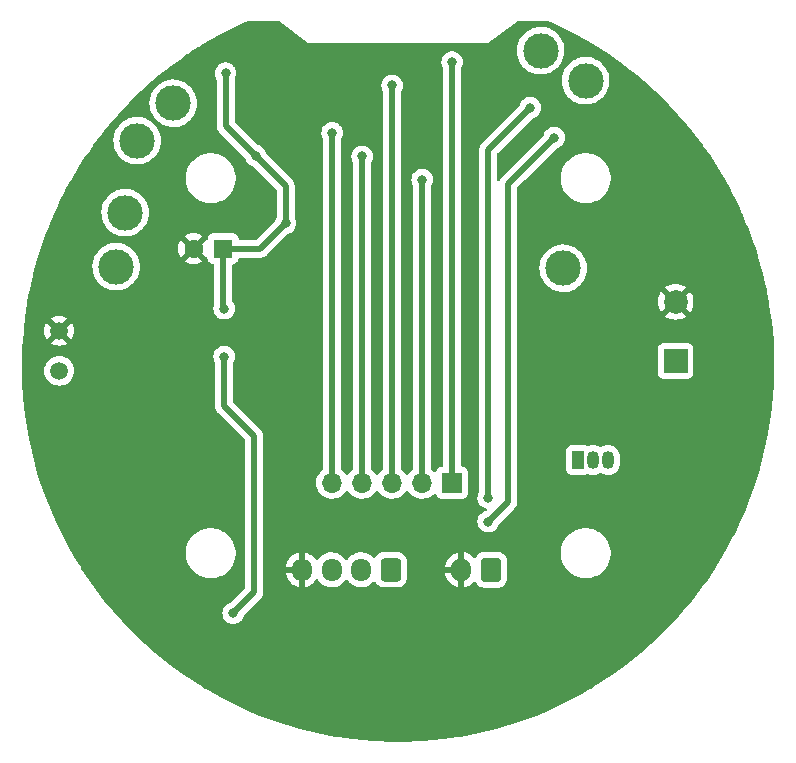
<source format=gbr>
%TF.GenerationSoftware,KiCad,Pcbnew,(6.0.1)*%
%TF.CreationDate,2022-02-03T22:35:59+01:00*%
%TF.ProjectId,ESP8266_12F_BASIC,45535038-3236-4365-9f31-32465f424153,rev?*%
%TF.SameCoordinates,Original*%
%TF.FileFunction,Copper,L2,Bot*%
%TF.FilePolarity,Positive*%
%FSLAX46Y46*%
G04 Gerber Fmt 4.6, Leading zero omitted, Abs format (unit mm)*
G04 Created by KiCad (PCBNEW (6.0.1)) date 2022-02-03 22:35:59*
%MOMM*%
%LPD*%
G01*
G04 APERTURE LIST*
G04 Aperture macros list*
%AMRoundRect*
0 Rectangle with rounded corners*
0 $1 Rounding radius*
0 $2 $3 $4 $5 $6 $7 $8 $9 X,Y pos of 4 corners*
0 Add a 4 corners polygon primitive as box body*
4,1,4,$2,$3,$4,$5,$6,$7,$8,$9,$2,$3,0*
0 Add four circle primitives for the rounded corners*
1,1,$1+$1,$2,$3*
1,1,$1+$1,$4,$5*
1,1,$1+$1,$6,$7*
1,1,$1+$1,$8,$9*
0 Add four rect primitives between the rounded corners*
20,1,$1+$1,$2,$3,$4,$5,0*
20,1,$1+$1,$4,$5,$6,$7,0*
20,1,$1+$1,$6,$7,$8,$9,0*
20,1,$1+$1,$8,$9,$2,$3,0*%
G04 Aperture macros list end*
%TA.AperFunction,ComponentPad*%
%ADD10C,3.000000*%
%TD*%
%TA.AperFunction,ComponentPad*%
%ADD11R,1.600000X1.600000*%
%TD*%
%TA.AperFunction,ComponentPad*%
%ADD12C,1.600000*%
%TD*%
%TA.AperFunction,ComponentPad*%
%ADD13R,1.700000X1.700000*%
%TD*%
%TA.AperFunction,ComponentPad*%
%ADD14O,1.700000X1.700000*%
%TD*%
%TA.AperFunction,ComponentPad*%
%ADD15C,1.500000*%
%TD*%
%TA.AperFunction,ComponentPad*%
%ADD16R,1.050000X1.500000*%
%TD*%
%TA.AperFunction,ComponentPad*%
%ADD17O,1.050000X1.500000*%
%TD*%
%TA.AperFunction,ComponentPad*%
%ADD18R,2.000000X2.000000*%
%TD*%
%TA.AperFunction,ComponentPad*%
%ADD19C,2.000000*%
%TD*%
%TA.AperFunction,ComponentPad*%
%ADD20RoundRect,0.250000X0.600000X0.750000X-0.600000X0.750000X-0.600000X-0.750000X0.600000X-0.750000X0*%
%TD*%
%TA.AperFunction,ComponentPad*%
%ADD21O,1.700000X2.000000*%
%TD*%
%TA.AperFunction,ComponentPad*%
%ADD22RoundRect,0.250000X0.600000X0.725000X-0.600000X0.725000X-0.600000X-0.725000X0.600000X-0.725000X0*%
%TD*%
%TA.AperFunction,ComponentPad*%
%ADD23O,1.700000X1.950000*%
%TD*%
%TA.AperFunction,ViaPad*%
%ADD24C,0.800000*%
%TD*%
%TA.AperFunction,Conductor*%
%ADD25C,0.500000*%
%TD*%
G04 APERTURE END LIST*
D10*
%TO.P,TP5,1,1*%
%TO.N,ESP_ADC*%
X130302000Y-82550000D03*
%TD*%
%TO.P,TP4,1,1*%
%TO.N,D1_IN*%
X128524000Y-93218000D03*
%TD*%
D11*
%TO.P,C3,1*%
%TO.N,VCC_3V3*%
X137580379Y-91694000D03*
D12*
%TO.P,C3,2*%
%TO.N,GND*%
X135080379Y-91694000D03*
%TD*%
D13*
%TO.P,J3,1,Pin_1*%
%TO.N,GPIO1*%
X156972000Y-111506000D03*
D14*
%TO.P,J3,2,Pin_2*%
%TO.N,GPIO2*%
X154432000Y-111506000D03*
%TO.P,J3,3,Pin_3*%
%TO.N,GPIO3*%
X151892000Y-111506000D03*
%TO.P,J3,4,Pin_4*%
%TO.N,GPIO14*%
X149352000Y-111506000D03*
%TO.P,J3,5,Pin_5*%
%TO.N,GPIO16*%
X146812000Y-111506000D03*
%TD*%
D15*
%TO.P,R1,1*%
%TO.N,ESP_ADC*%
X123698000Y-102030000D03*
%TO.P,R1,2*%
%TO.N,GND*%
X123698000Y-98630000D03*
%TD*%
D10*
%TO.P,TP2,1,1*%
%TO.N,MHZ_RX*%
X164465000Y-74930000D03*
%TD*%
D16*
%TO.P,Q1,1,C*%
%TO.N,VCC_IN*%
X167640000Y-109580000D03*
D17*
%TO.P,Q1,2,B*%
%TO.N,Net-(Q1-Pad2)*%
X168910000Y-109580000D03*
%TO.P,Q1,3,E*%
%TO.N,Net-(BZ1-Pad1)*%
X170180000Y-109580000D03*
%TD*%
D10*
%TO.P,TP3,1,1*%
%TO.N,BUZZ*%
X166370000Y-93345000D03*
%TD*%
%TO.P,TP7,1,1*%
%TO.N,ESP_RS*%
X133350000Y-79375000D03*
%TD*%
%TO.P,TP6,1,1*%
%TO.N,ESP_EN*%
X129286000Y-88646000D03*
%TD*%
%TO.P,TP1,1,1*%
%TO.N,MHZ_TX*%
X168275000Y-77470000D03*
%TD*%
D18*
%TO.P,BZ1,1,-*%
%TO.N,Net-(BZ1-Pad1)*%
X175895000Y-101176785D03*
D19*
%TO.P,BZ1,2,+*%
%TO.N,GND*%
X175895000Y-96176785D03*
%TD*%
D20*
%TO.P,J1,1,Pin_1*%
%TO.N,VCC_IN*%
X160254000Y-118872000D03*
D21*
%TO.P,J1,2,Pin_2*%
%TO.N,GND*%
X157754000Y-118872000D03*
%TD*%
D22*
%TO.P,J2,1,Pin_1*%
%TO.N,MHZ_TX*%
X151765000Y-118872000D03*
D23*
%TO.P,J2,2,Pin_2*%
%TO.N,MHZ_RX*%
X149265000Y-118872000D03*
%TO.P,J2,3,Pin_3*%
%TO.N,VCC_IN*%
X146765000Y-118872000D03*
%TO.P,J2,4,Pin_4*%
%TO.N,GND*%
X144265000Y-118872000D03*
%TD*%
D24*
%TO.N,GND*%
X172720000Y-86360000D03*
X136525000Y-78740000D03*
X163830000Y-111125000D03*
X128524000Y-97028000D03*
X147320000Y-132080000D03*
X155702000Y-100076000D03*
X177800000Y-86360000D03*
X182880000Y-96520000D03*
X182880000Y-101600000D03*
X172720000Y-111760000D03*
X167640000Y-81280000D03*
X177800000Y-91440000D03*
X172720000Y-91440000D03*
X157480000Y-132080000D03*
X152400000Y-132080000D03*
X172720000Y-81280000D03*
X148082000Y-101600000D03*
X167640000Y-121920000D03*
X129286000Y-120396000D03*
%TO.N,VCC_3V3*%
X137668000Y-96774000D03*
X142875000Y-89535000D03*
X137668000Y-100838000D03*
X137795000Y-76835000D03*
X138430000Y-122555000D03*
X140335000Y-83820000D03*
%TO.N,GPIO1*%
X156972000Y-75875000D03*
%TO.N,MHZ_TX*%
X165608000Y-82296000D03*
X160020000Y-114808000D03*
%TO.N,MHZ_RX*%
X163576000Y-79756000D03*
X160020000Y-112776000D03*
%TO.N,GPIO2*%
X154432000Y-85852000D03*
%TO.N,GPIO3*%
X151892000Y-77875000D03*
%TO.N,GPIO14*%
X149352000Y-83875000D03*
%TO.N,GPIO16*%
X146812000Y-81875000D03*
%TD*%
D25*
%TO.N,VCC_3V3*%
X137580379Y-91694000D02*
X137668000Y-91781621D01*
X140208000Y-107569000D02*
X137668000Y-105029000D01*
X137795000Y-81280000D02*
X137795000Y-76835000D01*
X138430000Y-122555000D02*
X140208000Y-120777000D01*
X137668000Y-105029000D02*
X137668000Y-100838000D01*
X140208000Y-120777000D02*
X140208000Y-107569000D01*
X137668000Y-96774000D02*
X137580379Y-96686379D01*
X142875000Y-89535000D02*
X142875000Y-86360000D01*
X140335000Y-83820000D02*
X137795000Y-81280000D01*
X137580379Y-96686379D02*
X137580379Y-91694000D01*
X142875000Y-86360000D02*
X140335000Y-83820000D01*
X140716000Y-91694000D02*
X137580379Y-91694000D01*
X142875000Y-89535000D02*
X140716000Y-91694000D01*
%TO.N,GPIO1*%
X156972000Y-75875000D02*
X156972000Y-111506000D01*
%TO.N,MHZ_TX*%
X160020000Y-114808000D02*
X161710489Y-113117511D01*
X161710489Y-113117511D02*
X161710489Y-86193511D01*
X161710489Y-86193511D02*
X165608000Y-82296000D01*
%TO.N,MHZ_RX*%
X160020000Y-112776000D02*
X160020000Y-83312000D01*
X160020000Y-83312000D02*
X163576000Y-79756000D01*
%TO.N,GPIO2*%
X154432000Y-85852000D02*
X154432000Y-111252000D01*
%TO.N,GPIO3*%
X151892000Y-77875000D02*
X151892000Y-111506000D01*
%TO.N,GPIO14*%
X149352000Y-83875000D02*
X149352000Y-111506000D01*
%TO.N,GPIO16*%
X146812000Y-81875000D02*
X146812000Y-111506000D01*
%TD*%
%TA.AperFunction,Conductor*%
%TO.N,GND*%
G36*
X142266121Y-72410002D02*
G01*
X142273600Y-72415200D01*
X144780000Y-74295000D01*
X160020000Y-74295000D01*
X160034494Y-74284130D01*
X162526400Y-72415200D01*
X162592898Y-72390329D01*
X162602000Y-72390000D01*
X165066661Y-72390000D01*
X165115874Y-72400008D01*
X165351947Y-72500170D01*
X165355991Y-72501971D01*
X166366072Y-72973058D01*
X166370050Y-72974999D01*
X167362962Y-73481274D01*
X167366870Y-73483353D01*
X168341458Y-74024232D01*
X168345242Y-74026420D01*
X168906655Y-74364317D01*
X169300194Y-74601176D01*
X169303946Y-74603525D01*
X169360266Y-74640177D01*
X170214555Y-75196134D01*
X170238100Y-75211457D01*
X170241760Y-75213931D01*
X170903971Y-75678794D01*
X171154019Y-75854324D01*
X171157593Y-75856929D01*
X171589867Y-76183633D01*
X172046738Y-76528927D01*
X172050222Y-76531657D01*
X172868031Y-77196134D01*
X172915246Y-77234497D01*
X172918625Y-77237342D01*
X173541282Y-77780657D01*
X173758439Y-77970143D01*
X173761722Y-77973111D01*
X174559828Y-78720490D01*
X174575266Y-78734947D01*
X174578434Y-78738021D01*
X174805451Y-78966094D01*
X175364708Y-79527955D01*
X175367775Y-79531146D01*
X176125838Y-80348232D01*
X176128791Y-80351530D01*
X176857652Y-81194701D01*
X176860488Y-81198100D01*
X177316565Y-81764774D01*
X177512814Y-82008612D01*
X177559307Y-82066380D01*
X177562017Y-82069871D01*
X178211672Y-82937801D01*
X178229906Y-82962162D01*
X178232486Y-82965739D01*
X178526028Y-83388054D01*
X178868631Y-83880953D01*
X178871093Y-83884632D01*
X179474676Y-84821593D01*
X179477007Y-84825355D01*
X180047310Y-85782943D01*
X180049508Y-85786785D01*
X180585830Y-86763827D01*
X180587892Y-86767745D01*
X181085735Y-87755425D01*
X181089568Y-87763030D01*
X181091480Y-87766996D01*
X181235841Y-88080317D01*
X181557877Y-88779266D01*
X181559659Y-88783318D01*
X181720373Y-89167053D01*
X181956649Y-89731206D01*
X181990221Y-89811366D01*
X181991850Y-89815455D01*
X182271110Y-90554041D01*
X182386044Y-90858017D01*
X182387536Y-90862184D01*
X182744844Y-91917880D01*
X182746190Y-91922097D01*
X182893832Y-92414656D01*
X183046952Y-92925490D01*
X183066214Y-92989753D01*
X183067409Y-92994013D01*
X183294643Y-93861846D01*
X183349724Y-94072209D01*
X183350768Y-94076502D01*
X183387262Y-94238968D01*
X183595043Y-95163982D01*
X183595937Y-95168318D01*
X183624724Y-95321445D01*
X183795931Y-96232147D01*
X183801859Y-96263682D01*
X183802597Y-96268028D01*
X183919493Y-97037865D01*
X183969919Y-97369958D01*
X183970507Y-97374346D01*
X184099020Y-98481480D01*
X184099453Y-98485885D01*
X184188998Y-99596840D01*
X184189276Y-99601258D01*
X184205892Y-99967834D01*
X184228233Y-100460721D01*
X184239744Y-100714689D01*
X184239866Y-100719097D01*
X184242102Y-100939101D01*
X184251192Y-101833571D01*
X184251160Y-101837997D01*
X184240754Y-102254681D01*
X184230148Y-102679383D01*
X184223333Y-102952251D01*
X184223145Y-102956655D01*
X184204042Y-103274115D01*
X184156199Y-104069182D01*
X184155856Y-104073595D01*
X184049872Y-105183104D01*
X184049374Y-105187503D01*
X183904481Y-106292627D01*
X183903832Y-106296979D01*
X183732870Y-107320545D01*
X183720217Y-107396297D01*
X183719412Y-107400649D01*
X183497285Y-108492887D01*
X183496326Y-108497209D01*
X183235988Y-109580904D01*
X183234879Y-109585189D01*
X182936630Y-110659099D01*
X182935371Y-110663343D01*
X182599574Y-111726143D01*
X182598166Y-111730339D01*
X182225264Y-112780638D01*
X182223710Y-112784783D01*
X181814130Y-113821374D01*
X181812452Y-113825414D01*
X181366683Y-114847053D01*
X181364882Y-114850989D01*
X180967304Y-115681321D01*
X180883533Y-115856275D01*
X180881552Y-115860233D01*
X180786780Y-116041525D01*
X180365200Y-116847972D01*
X180363081Y-116851858D01*
X179812351Y-117820852D01*
X179810096Y-117824662D01*
X179658032Y-118071600D01*
X179282665Y-118681161D01*
X179225668Y-118773718D01*
X179223287Y-118777436D01*
X178609086Y-119700566D01*
X178605900Y-119705354D01*
X178603396Y-119708978D01*
X178129413Y-120369797D01*
X177953763Y-120614685D01*
X177951120Y-120618236D01*
X177270101Y-121500530D01*
X177267335Y-121503986D01*
X176555757Y-122361802D01*
X176552872Y-122365159D01*
X175811569Y-123197488D01*
X175808567Y-123200741D01*
X175038518Y-124006484D01*
X175035404Y-124009630D01*
X174237513Y-124787843D01*
X174234291Y-124790877D01*
X173409558Y-125540583D01*
X173406230Y-125543503D01*
X172555690Y-126263762D01*
X172552263Y-126266563D01*
X171676907Y-126956535D01*
X171673383Y-126959213D01*
X170774366Y-127617989D01*
X170770750Y-127620542D01*
X169849144Y-128247334D01*
X169845440Y-128249759D01*
X168902386Y-128843793D01*
X168898600Y-128846086D01*
X168473793Y-129093271D01*
X167935241Y-129406642D01*
X167931436Y-129408768D01*
X167145136Y-129830046D01*
X166948943Y-129935161D01*
X166945018Y-129937176D01*
X165944692Y-130428707D01*
X165940716Y-130430575D01*
X164923734Y-130886671D01*
X164919698Y-130888398D01*
X163887296Y-131308502D01*
X163883167Y-131310098D01*
X162836696Y-131693660D01*
X162832514Y-131695110D01*
X161773199Y-132041685D01*
X161768968Y-132042987D01*
X160698156Y-132352132D01*
X160693887Y-132353284D01*
X159612852Y-132624632D01*
X159608560Y-132625630D01*
X158518649Y-132858842D01*
X158514333Y-132859686D01*
X157655004Y-133012210D01*
X157416914Y-133054469D01*
X157412542Y-133055166D01*
X156308979Y-133211278D01*
X156304587Y-133211821D01*
X155196200Y-133329077D01*
X155191790Y-133329465D01*
X154677726Y-133365645D01*
X154079982Y-133407714D01*
X154075575Y-133407947D01*
X153035887Y-133444489D01*
X152961711Y-133447096D01*
X152957285Y-133447174D01*
X151842715Y-133447174D01*
X151838289Y-133447096D01*
X151764113Y-133444489D01*
X150724425Y-133407947D01*
X150720018Y-133407714D01*
X150122274Y-133365645D01*
X149608210Y-133329465D01*
X149603800Y-133329077D01*
X148495413Y-133211821D01*
X148491021Y-133211278D01*
X147387458Y-133055166D01*
X147383086Y-133054469D01*
X147144996Y-133012210D01*
X146285667Y-132859686D01*
X146281351Y-132858842D01*
X145191440Y-132625630D01*
X145187148Y-132624632D01*
X144106113Y-132353284D01*
X144101844Y-132352132D01*
X143031032Y-132042987D01*
X143026801Y-132041685D01*
X141967486Y-131695110D01*
X141963304Y-131693660D01*
X140916833Y-131310098D01*
X140912704Y-131308502D01*
X139880302Y-130888398D01*
X139876266Y-130886671D01*
X138859284Y-130430575D01*
X138855308Y-130428707D01*
X137854982Y-129937176D01*
X137851057Y-129935161D01*
X137654864Y-129830046D01*
X136868564Y-129408768D01*
X136864759Y-129406642D01*
X136326207Y-129093271D01*
X135901400Y-128846086D01*
X135897614Y-128843793D01*
X134954560Y-128249759D01*
X134950856Y-128247334D01*
X134029250Y-127620542D01*
X134025634Y-127617989D01*
X133126617Y-126959213D01*
X133123093Y-126956535D01*
X132247737Y-126266563D01*
X132244310Y-126263762D01*
X131393770Y-125543503D01*
X131390442Y-125540583D01*
X130565709Y-124790877D01*
X130562487Y-124787843D01*
X129764596Y-124009630D01*
X129761482Y-124006484D01*
X128991433Y-123200741D01*
X128988431Y-123197488D01*
X128247128Y-122365159D01*
X128244243Y-122361802D01*
X127532665Y-121503986D01*
X127529899Y-121500530D01*
X126848880Y-120618236D01*
X126846237Y-120614685D01*
X126670587Y-120369797D01*
X126196604Y-119708978D01*
X126194100Y-119705354D01*
X126190915Y-119700566D01*
X125576713Y-118777436D01*
X125574332Y-118773718D01*
X125517336Y-118681161D01*
X125141968Y-118071600D01*
X124989904Y-117824662D01*
X124987649Y-117820852D01*
X124866505Y-117607703D01*
X134415743Y-117607703D01*
X134416302Y-117611947D01*
X134416302Y-117611951D01*
X134430880Y-117722682D01*
X134453268Y-117892734D01*
X134454401Y-117896874D01*
X134454401Y-117896876D01*
X134470214Y-117954678D01*
X134529129Y-118170036D01*
X134530813Y-118173984D01*
X134626027Y-118397208D01*
X134641923Y-118434476D01*
X134653693Y-118454142D01*
X134766629Y-118642844D01*
X134789561Y-118681161D01*
X134969313Y-118905528D01*
X135177851Y-119103423D01*
X135411317Y-119271186D01*
X135415112Y-119273195D01*
X135415113Y-119273196D01*
X135436869Y-119284715D01*
X135665392Y-119405712D01*
X135689699Y-119414607D01*
X135839797Y-119469535D01*
X135935373Y-119504511D01*
X136216264Y-119565755D01*
X136244841Y-119568004D01*
X136439282Y-119583307D01*
X136439291Y-119583307D01*
X136441739Y-119583500D01*
X136597271Y-119583500D01*
X136599407Y-119583354D01*
X136599418Y-119583354D01*
X136807548Y-119569165D01*
X136807554Y-119569164D01*
X136811825Y-119568873D01*
X136816020Y-119568004D01*
X136816022Y-119568004D01*
X136952584Y-119539723D01*
X137093342Y-119510574D01*
X137364343Y-119414607D01*
X137619812Y-119282750D01*
X137623313Y-119280289D01*
X137623317Y-119280287D01*
X137737418Y-119200095D01*
X137855023Y-119117441D01*
X138065622Y-118921740D01*
X138247713Y-118699268D01*
X138397927Y-118454142D01*
X138433894Y-118372208D01*
X138511757Y-118194830D01*
X138513483Y-118190898D01*
X138592244Y-117914406D01*
X138632751Y-117629784D01*
X138632845Y-117611951D01*
X138634235Y-117346583D01*
X138634235Y-117346576D01*
X138634257Y-117342297D01*
X138596732Y-117057266D01*
X138520871Y-116779964D01*
X138408077Y-116515524D01*
X138260439Y-116268839D01*
X138080687Y-116044472D01*
X137957289Y-115927372D01*
X137875258Y-115849527D01*
X137875255Y-115849525D01*
X137872149Y-115846577D01*
X137682064Y-115709987D01*
X137642172Y-115681321D01*
X137642171Y-115681320D01*
X137638683Y-115678814D01*
X137616843Y-115667250D01*
X137593654Y-115654972D01*
X137384608Y-115544288D01*
X137114627Y-115445489D01*
X136833736Y-115384245D01*
X136802685Y-115381801D01*
X136610718Y-115366693D01*
X136610709Y-115366693D01*
X136608261Y-115366500D01*
X136452729Y-115366500D01*
X136450593Y-115366646D01*
X136450582Y-115366646D01*
X136242452Y-115380835D01*
X136242446Y-115380836D01*
X136238175Y-115381127D01*
X136233980Y-115381996D01*
X136233978Y-115381996D01*
X136097417Y-115410276D01*
X135956658Y-115439426D01*
X135685657Y-115535393D01*
X135430188Y-115667250D01*
X135426687Y-115669711D01*
X135426683Y-115669713D01*
X135416608Y-115676794D01*
X135194977Y-115832559D01*
X134984378Y-116028260D01*
X134802287Y-116250732D01*
X134652073Y-116495858D01*
X134536517Y-116759102D01*
X134457756Y-117035594D01*
X134417249Y-117320216D01*
X134417227Y-117324505D01*
X134417226Y-117324512D01*
X134415828Y-117591432D01*
X134415743Y-117607703D01*
X124866505Y-117607703D01*
X124436919Y-116851858D01*
X124434800Y-116847972D01*
X124013221Y-116041525D01*
X123918448Y-115860233D01*
X123916467Y-115856275D01*
X123832696Y-115681321D01*
X123435118Y-114850989D01*
X123433317Y-114847053D01*
X122987548Y-113825414D01*
X122985870Y-113821374D01*
X122576290Y-112784783D01*
X122574736Y-112780638D01*
X122201834Y-111730339D01*
X122200426Y-111726143D01*
X121864629Y-110663343D01*
X121863370Y-110659099D01*
X121565121Y-109585189D01*
X121564012Y-109580904D01*
X121303674Y-108497209D01*
X121302715Y-108492887D01*
X121080588Y-107400649D01*
X121079783Y-107396297D01*
X121067130Y-107320545D01*
X120896168Y-106296979D01*
X120895519Y-106292627D01*
X120750626Y-105187503D01*
X120750128Y-105183104D01*
X120644144Y-104073595D01*
X120643801Y-104069182D01*
X120595958Y-103274115D01*
X120576855Y-102956655D01*
X120576667Y-102952251D01*
X120569853Y-102679383D01*
X120559246Y-102254681D01*
X120553635Y-102030000D01*
X122434693Y-102030000D01*
X122453885Y-102249371D01*
X122510880Y-102462076D01*
X122513205Y-102467061D01*
X122601618Y-102656666D01*
X122601621Y-102656671D01*
X122603944Y-102661653D01*
X122607100Y-102666160D01*
X122607101Y-102666162D01*
X122616359Y-102679383D01*
X122730251Y-102842038D01*
X122885962Y-102997749D01*
X123066346Y-103124056D01*
X123265924Y-103217120D01*
X123478629Y-103274115D01*
X123698000Y-103293307D01*
X123917371Y-103274115D01*
X124130076Y-103217120D01*
X124329654Y-103124056D01*
X124510038Y-102997749D01*
X124665749Y-102842038D01*
X124779642Y-102679383D01*
X124788899Y-102666162D01*
X124788900Y-102666160D01*
X124792056Y-102661653D01*
X124794379Y-102656671D01*
X124794382Y-102656666D01*
X124882795Y-102467061D01*
X124885120Y-102462076D01*
X124942115Y-102249371D01*
X124961307Y-102030000D01*
X124942115Y-101810629D01*
X124885120Y-101597924D01*
X124841585Y-101504562D01*
X124794382Y-101403334D01*
X124794379Y-101403329D01*
X124792056Y-101398347D01*
X124740985Y-101325410D01*
X124668908Y-101222473D01*
X124668906Y-101222470D01*
X124665749Y-101217962D01*
X124510038Y-101062251D01*
X124329654Y-100935944D01*
X124130076Y-100842880D01*
X124111864Y-100838000D01*
X136754496Y-100838000D01*
X136774458Y-101027928D01*
X136833473Y-101209556D01*
X136836776Y-101215278D01*
X136836777Y-101215279D01*
X136892619Y-101311999D01*
X136909500Y-101374999D01*
X136909500Y-104961930D01*
X136908067Y-104980880D01*
X136904801Y-105002349D01*
X136905394Y-105009641D01*
X136905394Y-105009644D01*
X136909085Y-105055018D01*
X136909500Y-105065233D01*
X136909500Y-105073293D01*
X136909925Y-105076937D01*
X136912789Y-105101507D01*
X136913222Y-105105882D01*
X136919140Y-105178637D01*
X136921396Y-105185601D01*
X136922587Y-105191560D01*
X136923971Y-105197415D01*
X136924818Y-105204681D01*
X136949735Y-105273327D01*
X136951152Y-105277455D01*
X136973649Y-105346899D01*
X136977445Y-105353154D01*
X136979951Y-105358628D01*
X136982670Y-105364058D01*
X136985167Y-105370937D01*
X136989180Y-105377057D01*
X136989180Y-105377058D01*
X137025186Y-105431976D01*
X137027523Y-105435680D01*
X137065405Y-105498107D01*
X137069121Y-105502315D01*
X137069122Y-105502316D01*
X137072803Y-105506484D01*
X137072776Y-105506508D01*
X137075429Y-105509500D01*
X137078132Y-105512733D01*
X137082144Y-105518852D01*
X137087456Y-105523884D01*
X137138383Y-105572128D01*
X137140825Y-105574506D01*
X139412595Y-107846276D01*
X139446621Y-107908588D01*
X139449500Y-107935371D01*
X139449500Y-120410629D01*
X139429498Y-120478750D01*
X139412595Y-120499724D01*
X138273669Y-121638650D01*
X138210772Y-121672801D01*
X138154176Y-121684831D01*
X138154167Y-121684834D01*
X138147712Y-121686206D01*
X138141682Y-121688891D01*
X138141681Y-121688891D01*
X137979278Y-121761197D01*
X137979276Y-121761198D01*
X137973248Y-121763882D01*
X137818747Y-121876134D01*
X137690960Y-122018056D01*
X137595473Y-122183444D01*
X137536458Y-122365072D01*
X137516496Y-122555000D01*
X137536458Y-122744928D01*
X137595473Y-122926556D01*
X137690960Y-123091944D01*
X137695378Y-123096851D01*
X137695379Y-123096852D01*
X137788921Y-123200741D01*
X137818747Y-123233866D01*
X137973248Y-123346118D01*
X137979276Y-123348802D01*
X137979278Y-123348803D01*
X138141681Y-123421109D01*
X138147712Y-123423794D01*
X138241112Y-123443647D01*
X138328056Y-123462128D01*
X138328061Y-123462128D01*
X138334513Y-123463500D01*
X138525487Y-123463500D01*
X138531939Y-123462128D01*
X138531944Y-123462128D01*
X138618888Y-123443647D01*
X138712288Y-123423794D01*
X138718319Y-123421109D01*
X138880722Y-123348803D01*
X138880724Y-123348802D01*
X138886752Y-123346118D01*
X139041253Y-123233866D01*
X139071079Y-123200741D01*
X139164621Y-123096852D01*
X139164622Y-123096851D01*
X139169040Y-123091944D01*
X139264527Y-122926556D01*
X139319387Y-122757714D01*
X139350125Y-122707556D01*
X140696911Y-121360770D01*
X140711323Y-121348384D01*
X140722918Y-121339851D01*
X140722923Y-121339846D01*
X140728818Y-121335508D01*
X140733557Y-121329930D01*
X140733560Y-121329927D01*
X140763035Y-121295232D01*
X140769965Y-121287716D01*
X140775661Y-121282020D01*
X140777924Y-121279159D01*
X140777929Y-121279154D01*
X140793293Y-121259734D01*
X140796082Y-121256333D01*
X140797743Y-121254378D01*
X140843333Y-121200715D01*
X140846659Y-121194202D01*
X140850020Y-121189163D01*
X140853196Y-121184021D01*
X140857734Y-121178284D01*
X140888655Y-121112125D01*
X140890561Y-121108225D01*
X140923769Y-121043192D01*
X140925508Y-121036083D01*
X140927604Y-121030449D01*
X140929523Y-121024679D01*
X140932622Y-121018050D01*
X140947491Y-120946565D01*
X140948461Y-120942282D01*
X140964473Y-120876844D01*
X140965808Y-120871390D01*
X140966500Y-120860236D01*
X140966535Y-120860238D01*
X140966775Y-120856266D01*
X140967152Y-120852045D01*
X140968641Y-120844885D01*
X140966546Y-120767458D01*
X140966500Y-120764050D01*
X140966500Y-119142193D01*
X142914410Y-119142193D01*
X142921124Y-119221325D01*
X142922914Y-119231797D01*
X142978130Y-119444535D01*
X142981665Y-119454575D01*
X143071937Y-119654970D01*
X143077106Y-119664256D01*
X143199850Y-119846575D01*
X143206519Y-119854870D01*
X143358228Y-120013900D01*
X143366186Y-120020941D01*
X143542525Y-120152141D01*
X143551562Y-120157745D01*
X143747484Y-120257357D01*
X143757335Y-120261357D01*
X143967240Y-120326534D01*
X143977624Y-120328817D01*
X143993043Y-120330861D01*
X144007207Y-120328665D01*
X144011000Y-120315478D01*
X144011000Y-120313192D01*
X144519000Y-120313192D01*
X144522973Y-120326723D01*
X144533580Y-120328248D01*
X144651421Y-120303523D01*
X144661617Y-120300463D01*
X144866029Y-120219737D01*
X144875561Y-120215006D01*
X145063462Y-120100984D01*
X145072052Y-120094720D01*
X145238052Y-119950673D01*
X145245472Y-119943042D01*
X145384826Y-119773089D01*
X145390848Y-119764326D01*
X145406238Y-119737289D01*
X145457320Y-119687982D01*
X145526951Y-119674120D01*
X145593022Y-119700103D01*
X145620261Y-119729253D01*
X145656131Y-119782532D01*
X145702441Y-119851319D01*
X145706120Y-119855176D01*
X145706122Y-119855178D01*
X145767710Y-119919738D01*
X145861576Y-120018135D01*
X146046542Y-120155754D01*
X146051293Y-120158170D01*
X146051297Y-120158172D01*
X146088607Y-120177141D01*
X146252051Y-120260240D01*
X146257145Y-120261822D01*
X146257148Y-120261823D01*
X146457020Y-120323885D01*
X146472227Y-120328607D01*
X146477516Y-120329308D01*
X146695489Y-120358198D01*
X146695494Y-120358198D01*
X146700774Y-120358898D01*
X146706103Y-120358698D01*
X146706105Y-120358698D01*
X146815966Y-120354574D01*
X146931158Y-120350249D01*
X146953802Y-120345498D01*
X147049289Y-120325463D01*
X147156791Y-120302907D01*
X147161750Y-120300949D01*
X147161752Y-120300948D01*
X147366256Y-120220185D01*
X147366258Y-120220184D01*
X147371221Y-120218224D01*
X147376047Y-120215296D01*
X147563757Y-120101390D01*
X147563756Y-120101390D01*
X147568317Y-120098623D01*
X147637142Y-120038900D01*
X147738412Y-119951023D01*
X147738414Y-119951021D01*
X147742445Y-119947523D01*
X147806048Y-119869954D01*
X147885240Y-119773373D01*
X147885244Y-119773367D01*
X147888624Y-119769245D01*
X147906552Y-119737750D01*
X147957632Y-119688445D01*
X148027262Y-119674583D01*
X148093333Y-119700566D01*
X148120573Y-119729716D01*
X148125983Y-119737752D01*
X148202441Y-119851319D01*
X148206120Y-119855176D01*
X148206122Y-119855178D01*
X148267710Y-119919738D01*
X148361576Y-120018135D01*
X148546542Y-120155754D01*
X148551293Y-120158170D01*
X148551297Y-120158172D01*
X148588607Y-120177141D01*
X148752051Y-120260240D01*
X148757145Y-120261822D01*
X148757148Y-120261823D01*
X148957020Y-120323885D01*
X148972227Y-120328607D01*
X148977516Y-120329308D01*
X149195489Y-120358198D01*
X149195494Y-120358198D01*
X149200774Y-120358898D01*
X149206103Y-120358698D01*
X149206105Y-120358698D01*
X149315966Y-120354574D01*
X149431158Y-120350249D01*
X149453802Y-120345498D01*
X149549289Y-120325463D01*
X149656791Y-120302907D01*
X149661750Y-120300949D01*
X149661752Y-120300948D01*
X149866256Y-120220185D01*
X149866258Y-120220184D01*
X149871221Y-120218224D01*
X149876047Y-120215296D01*
X150063757Y-120101390D01*
X150063756Y-120101390D01*
X150068317Y-120098623D01*
X150137142Y-120038900D01*
X150238412Y-119951023D01*
X150238414Y-119951021D01*
X150242445Y-119947523D01*
X150271670Y-119911880D01*
X150330329Y-119871886D01*
X150401299Y-119869954D01*
X150462048Y-119906698D01*
X150476248Y-119925468D01*
X150492028Y-119950968D01*
X150566522Y-120071348D01*
X150691697Y-120196305D01*
X150697927Y-120200145D01*
X150697928Y-120200146D01*
X150835090Y-120284694D01*
X150842262Y-120289115D01*
X150877938Y-120300948D01*
X151003611Y-120342632D01*
X151003613Y-120342632D01*
X151010139Y-120344797D01*
X151016975Y-120345497D01*
X151016978Y-120345498D01*
X151052663Y-120349154D01*
X151114600Y-120355500D01*
X152415400Y-120355500D01*
X152418646Y-120355163D01*
X152418650Y-120355163D01*
X152514308Y-120345238D01*
X152514312Y-120345237D01*
X152521166Y-120344526D01*
X152527702Y-120342345D01*
X152527704Y-120342345D01*
X152659806Y-120298272D01*
X152688946Y-120288550D01*
X152839348Y-120195478D01*
X152964305Y-120070303D01*
X152996462Y-120018135D01*
X153053275Y-119925968D01*
X153053276Y-119925966D01*
X153057115Y-119919738D01*
X153107031Y-119769245D01*
X153110632Y-119758389D01*
X153110632Y-119758387D01*
X153112797Y-119751861D01*
X153115114Y-119729253D01*
X153119211Y-119689256D01*
X153123500Y-119647400D01*
X153123500Y-119142193D01*
X156401289Y-119142193D01*
X156410124Y-119246325D01*
X156411914Y-119256797D01*
X156467130Y-119469535D01*
X156470665Y-119479575D01*
X156560937Y-119679970D01*
X156566106Y-119689256D01*
X156688850Y-119871575D01*
X156695519Y-119879870D01*
X156847228Y-120038900D01*
X156855186Y-120045941D01*
X157031525Y-120177141D01*
X157040562Y-120182745D01*
X157236484Y-120282357D01*
X157246335Y-120286357D01*
X157456240Y-120351534D01*
X157466624Y-120353817D01*
X157482043Y-120355861D01*
X157496207Y-120353665D01*
X157500000Y-120340478D01*
X157500000Y-120338192D01*
X158008000Y-120338192D01*
X158011973Y-120351723D01*
X158022580Y-120353248D01*
X158140421Y-120328523D01*
X158150617Y-120325463D01*
X158355029Y-120244737D01*
X158364561Y-120240006D01*
X158552462Y-120125984D01*
X158561052Y-120119720D01*
X158727052Y-119975673D01*
X158734470Y-119968044D01*
X158760391Y-119936431D01*
X158819051Y-119896436D01*
X158890021Y-119894504D01*
X158950770Y-119931248D01*
X158964969Y-119950017D01*
X159055522Y-120096348D01*
X159180697Y-120221305D01*
X159186927Y-120225145D01*
X159186928Y-120225146D01*
X159324090Y-120309694D01*
X159331262Y-120314115D01*
X159377068Y-120329308D01*
X159492611Y-120367632D01*
X159492613Y-120367632D01*
X159499139Y-120369797D01*
X159505975Y-120370497D01*
X159505978Y-120370498D01*
X159549031Y-120374909D01*
X159603600Y-120380500D01*
X160904400Y-120380500D01*
X160907646Y-120380163D01*
X160907650Y-120380163D01*
X161003308Y-120370238D01*
X161003312Y-120370237D01*
X161010166Y-120369526D01*
X161016702Y-120367345D01*
X161016704Y-120367345D01*
X161148806Y-120323272D01*
X161177946Y-120313550D01*
X161328348Y-120220478D01*
X161453305Y-120095303D01*
X161457146Y-120089072D01*
X161542275Y-119950968D01*
X161542276Y-119950966D01*
X161546115Y-119944738D01*
X161601797Y-119776861D01*
X161602578Y-119769245D01*
X161608750Y-119708996D01*
X161612500Y-119672400D01*
X161612500Y-118071600D01*
X161607290Y-118021384D01*
X161602238Y-117972692D01*
X161602237Y-117972688D01*
X161601526Y-117965834D01*
X161585746Y-117918534D01*
X161547868Y-117805002D01*
X161545550Y-117798054D01*
X161452478Y-117647652D01*
X161412459Y-117607703D01*
X166165743Y-117607703D01*
X166166302Y-117611947D01*
X166166302Y-117611951D01*
X166180880Y-117722682D01*
X166203268Y-117892734D01*
X166204401Y-117896874D01*
X166204401Y-117896876D01*
X166220214Y-117954678D01*
X166279129Y-118170036D01*
X166280813Y-118173984D01*
X166376027Y-118397208D01*
X166391923Y-118434476D01*
X166403693Y-118454142D01*
X166516629Y-118642844D01*
X166539561Y-118681161D01*
X166719313Y-118905528D01*
X166927851Y-119103423D01*
X167161317Y-119271186D01*
X167165112Y-119273195D01*
X167165113Y-119273196D01*
X167186869Y-119284715D01*
X167415392Y-119405712D01*
X167439699Y-119414607D01*
X167589797Y-119469535D01*
X167685373Y-119504511D01*
X167966264Y-119565755D01*
X167994841Y-119568004D01*
X168189282Y-119583307D01*
X168189291Y-119583307D01*
X168191739Y-119583500D01*
X168347271Y-119583500D01*
X168349407Y-119583354D01*
X168349418Y-119583354D01*
X168557548Y-119569165D01*
X168557554Y-119569164D01*
X168561825Y-119568873D01*
X168566020Y-119568004D01*
X168566022Y-119568004D01*
X168702584Y-119539723D01*
X168843342Y-119510574D01*
X169114343Y-119414607D01*
X169369812Y-119282750D01*
X169373313Y-119280289D01*
X169373317Y-119280287D01*
X169487418Y-119200095D01*
X169605023Y-119117441D01*
X169815622Y-118921740D01*
X169997713Y-118699268D01*
X170147927Y-118454142D01*
X170183894Y-118372208D01*
X170261757Y-118194830D01*
X170263483Y-118190898D01*
X170342244Y-117914406D01*
X170382751Y-117629784D01*
X170382845Y-117611951D01*
X170384235Y-117346583D01*
X170384235Y-117346576D01*
X170384257Y-117342297D01*
X170346732Y-117057266D01*
X170270871Y-116779964D01*
X170158077Y-116515524D01*
X170010439Y-116268839D01*
X169830687Y-116044472D01*
X169707289Y-115927372D01*
X169625258Y-115849527D01*
X169625255Y-115849525D01*
X169622149Y-115846577D01*
X169432064Y-115709987D01*
X169392172Y-115681321D01*
X169392171Y-115681320D01*
X169388683Y-115678814D01*
X169366843Y-115667250D01*
X169343654Y-115654972D01*
X169134608Y-115544288D01*
X168864627Y-115445489D01*
X168583736Y-115384245D01*
X168552685Y-115381801D01*
X168360718Y-115366693D01*
X168360709Y-115366693D01*
X168358261Y-115366500D01*
X168202729Y-115366500D01*
X168200593Y-115366646D01*
X168200582Y-115366646D01*
X167992452Y-115380835D01*
X167992446Y-115380836D01*
X167988175Y-115381127D01*
X167983980Y-115381996D01*
X167983978Y-115381996D01*
X167847417Y-115410276D01*
X167706658Y-115439426D01*
X167435657Y-115535393D01*
X167180188Y-115667250D01*
X167176687Y-115669711D01*
X167176683Y-115669713D01*
X167166608Y-115676794D01*
X166944977Y-115832559D01*
X166734378Y-116028260D01*
X166552287Y-116250732D01*
X166402073Y-116495858D01*
X166286517Y-116759102D01*
X166207756Y-117035594D01*
X166167249Y-117320216D01*
X166167227Y-117324505D01*
X166167226Y-117324512D01*
X166165828Y-117591432D01*
X166165743Y-117607703D01*
X161412459Y-117607703D01*
X161327303Y-117522695D01*
X161296965Y-117503994D01*
X161182968Y-117433725D01*
X161182966Y-117433724D01*
X161176738Y-117429885D01*
X161057498Y-117390335D01*
X161015389Y-117376368D01*
X161015387Y-117376368D01*
X161008861Y-117374203D01*
X161002025Y-117373503D01*
X161002022Y-117373502D01*
X160958969Y-117369091D01*
X160904400Y-117363500D01*
X159603600Y-117363500D01*
X159600354Y-117363837D01*
X159600350Y-117363837D01*
X159504692Y-117373762D01*
X159504688Y-117373763D01*
X159497834Y-117374474D01*
X159491298Y-117376655D01*
X159491296Y-117376655D01*
X159359194Y-117420728D01*
X159330054Y-117430450D01*
X159179652Y-117523522D01*
X159054695Y-117648697D01*
X159050855Y-117654927D01*
X159050854Y-117654928D01*
X159042478Y-117668517D01*
X158965544Y-117793327D01*
X158964648Y-117794780D01*
X158911876Y-117842273D01*
X158841804Y-117853697D01*
X158776680Y-117825423D01*
X158766218Y-117815636D01*
X158660766Y-117705094D01*
X158652814Y-117698059D01*
X158476475Y-117566859D01*
X158467438Y-117561255D01*
X158271516Y-117461643D01*
X158261665Y-117457643D01*
X158051760Y-117392466D01*
X158041376Y-117390183D01*
X158025957Y-117388139D01*
X158011793Y-117390335D01*
X158008000Y-117403522D01*
X158008000Y-120338192D01*
X157500000Y-120338192D01*
X157500000Y-119144115D01*
X157495525Y-119128876D01*
X157494135Y-119127671D01*
X157486452Y-119126000D01*
X156418030Y-119126000D01*
X156403352Y-119130310D01*
X156401289Y-119142193D01*
X153123500Y-119142193D01*
X153123500Y-118602376D01*
X156396732Y-118602376D01*
X156400475Y-118615124D01*
X156401865Y-118616329D01*
X156409548Y-118618000D01*
X157481885Y-118618000D01*
X157497124Y-118613525D01*
X157498329Y-118612135D01*
X157500000Y-118604452D01*
X157500000Y-117405808D01*
X157496027Y-117392277D01*
X157485420Y-117390752D01*
X157367579Y-117415477D01*
X157357383Y-117418537D01*
X157152971Y-117499263D01*
X157143439Y-117503994D01*
X156955538Y-117618016D01*
X156946948Y-117624280D01*
X156780948Y-117768327D01*
X156773528Y-117775958D01*
X156634174Y-117945911D01*
X156628150Y-117954678D01*
X156519424Y-118145682D01*
X156514959Y-118155346D01*
X156439969Y-118361941D01*
X156437198Y-118372208D01*
X156397877Y-118589655D01*
X156396944Y-118597884D01*
X156396732Y-118602376D01*
X153123500Y-118602376D01*
X153123500Y-118096600D01*
X153119292Y-118056041D01*
X153113238Y-117997692D01*
X153113237Y-117997688D01*
X153112526Y-117990834D01*
X153106474Y-117972692D01*
X153058868Y-117830002D01*
X153056550Y-117823054D01*
X152963478Y-117672652D01*
X152838303Y-117547695D01*
X152807494Y-117528704D01*
X152693968Y-117458725D01*
X152693966Y-117458724D01*
X152687738Y-117454885D01*
X152574353Y-117417277D01*
X152526389Y-117401368D01*
X152526387Y-117401368D01*
X152519861Y-117399203D01*
X152513025Y-117398503D01*
X152513022Y-117398502D01*
X152469969Y-117394091D01*
X152415400Y-117388500D01*
X151114600Y-117388500D01*
X151111354Y-117388837D01*
X151111350Y-117388837D01*
X151015692Y-117398762D01*
X151015688Y-117398763D01*
X151008834Y-117399474D01*
X151002298Y-117401655D01*
X151002296Y-117401655D01*
X150870194Y-117445728D01*
X150841054Y-117455450D01*
X150690652Y-117548522D01*
X150565695Y-117673697D01*
X150561855Y-117679927D01*
X150561854Y-117679928D01*
X150541927Y-117712255D01*
X150478203Y-117815636D01*
X150475920Y-117819339D01*
X150423148Y-117866832D01*
X150353076Y-117878256D01*
X150287952Y-117849982D01*
X150277490Y-117840195D01*
X150172103Y-117729722D01*
X150168424Y-117725865D01*
X149983458Y-117588246D01*
X149978707Y-117585830D01*
X149978703Y-117585828D01*
X149860588Y-117525776D01*
X149777949Y-117483760D01*
X149772855Y-117482178D01*
X149772852Y-117482177D01*
X149562871Y-117416976D01*
X149557773Y-117415393D01*
X149552484Y-117414692D01*
X149334511Y-117385802D01*
X149334506Y-117385802D01*
X149329226Y-117385102D01*
X149323897Y-117385302D01*
X149323895Y-117385302D01*
X149214034Y-117389426D01*
X149098842Y-117393751D01*
X149093623Y-117394846D01*
X149071566Y-117399474D01*
X148873209Y-117441093D01*
X148868250Y-117443051D01*
X148868248Y-117443052D01*
X148663744Y-117523815D01*
X148663742Y-117523816D01*
X148658779Y-117525776D01*
X148654220Y-117528543D01*
X148654217Y-117528544D01*
X148559113Y-117586255D01*
X148461683Y-117645377D01*
X148457653Y-117648874D01*
X148364484Y-117729722D01*
X148287555Y-117796477D01*
X148268809Y-117819339D01*
X148144760Y-117970627D01*
X148144756Y-117970633D01*
X148141376Y-117974755D01*
X148123448Y-118006250D01*
X148072368Y-118055555D01*
X148002738Y-118069417D01*
X147936667Y-118043434D01*
X147909427Y-118014284D01*
X147882814Y-117974755D01*
X147827559Y-117892681D01*
X147668424Y-117725865D01*
X147483458Y-117588246D01*
X147478707Y-117585830D01*
X147478703Y-117585828D01*
X147360588Y-117525776D01*
X147277949Y-117483760D01*
X147272855Y-117482178D01*
X147272852Y-117482177D01*
X147062871Y-117416976D01*
X147057773Y-117415393D01*
X147052484Y-117414692D01*
X146834511Y-117385802D01*
X146834506Y-117385802D01*
X146829226Y-117385102D01*
X146823897Y-117385302D01*
X146823895Y-117385302D01*
X146714034Y-117389426D01*
X146598842Y-117393751D01*
X146593623Y-117394846D01*
X146571566Y-117399474D01*
X146373209Y-117441093D01*
X146368250Y-117443051D01*
X146368248Y-117443052D01*
X146163744Y-117523815D01*
X146163742Y-117523816D01*
X146158779Y-117525776D01*
X146154220Y-117528543D01*
X146154217Y-117528544D01*
X146059113Y-117586255D01*
X145961683Y-117645377D01*
X145957653Y-117648874D01*
X145864484Y-117729722D01*
X145787555Y-117796477D01*
X145768809Y-117819339D01*
X145644760Y-117970627D01*
X145644756Y-117970633D01*
X145641376Y-117974755D01*
X145638738Y-117979390D01*
X145638733Y-117979398D01*
X145623171Y-118006735D01*
X145572088Y-118056041D01*
X145502458Y-118069902D01*
X145436387Y-118043918D01*
X145409149Y-118014768D01*
X145330148Y-117897422D01*
X145323481Y-117889130D01*
X145171772Y-117730100D01*
X145163814Y-117723059D01*
X144987475Y-117591859D01*
X144978438Y-117586255D01*
X144782516Y-117486643D01*
X144772665Y-117482643D01*
X144562760Y-117417466D01*
X144552376Y-117415183D01*
X144536957Y-117413139D01*
X144522793Y-117415335D01*
X144519000Y-117428522D01*
X144519000Y-120313192D01*
X144011000Y-120313192D01*
X144011000Y-119144115D01*
X144006525Y-119128876D01*
X144005135Y-119127671D01*
X143997452Y-119126000D01*
X142931151Y-119126000D01*
X142916473Y-119130310D01*
X142914410Y-119142193D01*
X140966500Y-119142193D01*
X140966500Y-118600174D01*
X142911496Y-118600174D01*
X142912915Y-118613414D01*
X142927550Y-118618000D01*
X143992885Y-118618000D01*
X144008124Y-118613525D01*
X144009329Y-118612135D01*
X144011000Y-118604452D01*
X144011000Y-117430808D01*
X144007027Y-117417277D01*
X143996420Y-117415752D01*
X143878579Y-117440477D01*
X143868383Y-117443537D01*
X143663971Y-117524263D01*
X143654439Y-117528994D01*
X143466538Y-117643016D01*
X143457948Y-117649280D01*
X143291948Y-117793327D01*
X143284528Y-117800958D01*
X143145174Y-117970911D01*
X143139150Y-117979678D01*
X143030424Y-118170682D01*
X143025959Y-118180346D01*
X142950969Y-118386941D01*
X142948198Y-118397208D01*
X142911496Y-118600174D01*
X140966500Y-118600174D01*
X140966500Y-114808000D01*
X159106496Y-114808000D01*
X159126458Y-114997928D01*
X159185473Y-115179556D01*
X159280960Y-115344944D01*
X159285378Y-115349851D01*
X159285379Y-115349852D01*
X159300543Y-115366693D01*
X159408747Y-115486866D01*
X159563248Y-115599118D01*
X159569276Y-115601802D01*
X159569278Y-115601803D01*
X159731681Y-115674109D01*
X159737712Y-115676794D01*
X159831113Y-115696647D01*
X159918056Y-115715128D01*
X159918061Y-115715128D01*
X159924513Y-115716500D01*
X160115487Y-115716500D01*
X160121939Y-115715128D01*
X160121944Y-115715128D01*
X160208887Y-115696647D01*
X160302288Y-115676794D01*
X160308319Y-115674109D01*
X160470722Y-115601803D01*
X160470724Y-115601802D01*
X160476752Y-115599118D01*
X160631253Y-115486866D01*
X160739457Y-115366693D01*
X160754621Y-115349852D01*
X160754622Y-115349851D01*
X160759040Y-115344944D01*
X160854527Y-115179556D01*
X160909387Y-115010714D01*
X160940125Y-114960556D01*
X162199400Y-113701281D01*
X162213812Y-113688895D01*
X162225407Y-113680362D01*
X162225412Y-113680357D01*
X162231307Y-113676019D01*
X162236046Y-113670441D01*
X162236049Y-113670438D01*
X162265524Y-113635743D01*
X162272454Y-113628227D01*
X162278149Y-113622532D01*
X162295770Y-113600260D01*
X162298561Y-113596856D01*
X162341080Y-113546808D01*
X162341081Y-113546806D01*
X162345822Y-113541226D01*
X162349150Y-113534710D01*
X162352509Y-113529673D01*
X162355683Y-113524534D01*
X162360223Y-113518795D01*
X162388286Y-113458749D01*
X162391125Y-113452674D01*
X162393058Y-113448720D01*
X162396728Y-113441532D01*
X162426258Y-113383703D01*
X162427999Y-113376587D01*
X162430093Y-113370957D01*
X162432012Y-113365190D01*
X162435110Y-113358561D01*
X162449972Y-113287111D01*
X162450942Y-113282826D01*
X162466962Y-113217355D01*
X162468297Y-113211901D01*
X162468989Y-113200747D01*
X162469025Y-113200749D01*
X162469264Y-113196759D01*
X162469639Y-113192561D01*
X162471129Y-113185396D01*
X162469035Y-113107990D01*
X162468989Y-113104583D01*
X162468989Y-110378134D01*
X166606500Y-110378134D01*
X166613255Y-110440316D01*
X166664385Y-110576705D01*
X166751739Y-110693261D01*
X166868295Y-110780615D01*
X167004684Y-110831745D01*
X167066866Y-110838500D01*
X168213134Y-110838500D01*
X168275316Y-110831745D01*
X168345010Y-110805618D01*
X168403296Y-110783768D01*
X168403299Y-110783766D01*
X168411705Y-110780615D01*
X168418894Y-110775227D01*
X168419137Y-110775094D01*
X168488494Y-110759924D01*
X168516907Y-110765248D01*
X168701180Y-110822290D01*
X168707305Y-110822934D01*
X168707306Y-110822934D01*
X168896622Y-110842832D01*
X168896623Y-110842832D01*
X168902750Y-110843476D01*
X168986014Y-110835898D01*
X169098457Y-110825665D01*
X169098460Y-110825664D01*
X169104596Y-110825106D01*
X169110502Y-110823368D01*
X169110506Y-110823367D01*
X169293120Y-110769620D01*
X169293119Y-110769620D01*
X169299029Y-110767881D01*
X169304486Y-110765028D01*
X169304489Y-110765027D01*
X169441765Y-110693261D01*
X169478460Y-110674077D01*
X169478462Y-110674077D01*
X169478645Y-110673981D01*
X169478663Y-110674016D01*
X169544441Y-110654111D01*
X169605409Y-110669271D01*
X169777565Y-110762356D01*
X169846733Y-110783767D01*
X169965293Y-110820468D01*
X169965296Y-110820469D01*
X169971180Y-110822290D01*
X169977305Y-110822934D01*
X169977306Y-110822934D01*
X170166622Y-110842832D01*
X170166623Y-110842832D01*
X170172750Y-110843476D01*
X170256014Y-110835898D01*
X170368457Y-110825665D01*
X170368460Y-110825664D01*
X170374596Y-110825106D01*
X170380502Y-110823368D01*
X170380506Y-110823367D01*
X170563120Y-110769620D01*
X170563119Y-110769620D01*
X170569029Y-110767881D01*
X170574486Y-110765028D01*
X170574489Y-110765027D01*
X170711765Y-110693261D01*
X170748645Y-110673981D01*
X170767155Y-110659099D01*
X170814740Y-110620839D01*
X170906601Y-110546981D01*
X171036881Y-110391719D01*
X171039845Y-110386327D01*
X171039848Y-110386323D01*
X171131556Y-110219506D01*
X171134523Y-110214109D01*
X171195807Y-110020916D01*
X171213500Y-109863183D01*
X171213500Y-109303996D01*
X171198723Y-109153287D01*
X171140142Y-108959258D01*
X171044990Y-108780302D01*
X170916890Y-108623237D01*
X170878772Y-108591703D01*
X170765472Y-108497973D01*
X170765469Y-108497971D01*
X170760722Y-108494044D01*
X170582435Y-108397644D01*
X170485627Y-108367677D01*
X170394707Y-108339532D01*
X170394704Y-108339531D01*
X170388820Y-108337710D01*
X170382695Y-108337066D01*
X170382694Y-108337066D01*
X170193378Y-108317168D01*
X170193377Y-108317168D01*
X170187250Y-108316524D01*
X170103986Y-108324102D01*
X169991543Y-108334335D01*
X169991540Y-108334336D01*
X169985404Y-108334894D01*
X169979498Y-108336632D01*
X169979494Y-108336633D01*
X169844947Y-108376233D01*
X169790971Y-108392119D01*
X169785514Y-108394972D01*
X169785511Y-108394973D01*
X169701163Y-108439069D01*
X169611540Y-108485923D01*
X169611538Y-108485923D01*
X169611355Y-108486019D01*
X169611337Y-108485984D01*
X169545559Y-108505889D01*
X169484591Y-108490729D01*
X169475815Y-108485984D01*
X169312435Y-108397644D01*
X169215627Y-108367677D01*
X169124707Y-108339532D01*
X169124704Y-108339531D01*
X169118820Y-108337710D01*
X169112695Y-108337066D01*
X169112694Y-108337066D01*
X168923378Y-108317168D01*
X168923377Y-108317168D01*
X168917250Y-108316524D01*
X168833986Y-108324102D01*
X168721543Y-108334335D01*
X168721540Y-108334336D01*
X168715404Y-108334894D01*
X168709498Y-108336632D01*
X168709494Y-108336633D01*
X168526879Y-108390380D01*
X168526877Y-108390381D01*
X168525493Y-108390788D01*
X168520971Y-108392119D01*
X168520718Y-108391260D01*
X168455338Y-108397714D01*
X168418594Y-108384548D01*
X168411705Y-108379385D01*
X168403304Y-108376236D01*
X168403301Y-108376234D01*
X168291534Y-108334335D01*
X168275316Y-108328255D01*
X168213134Y-108321500D01*
X167066866Y-108321500D01*
X167004684Y-108328255D01*
X166868295Y-108379385D01*
X166751739Y-108466739D01*
X166664385Y-108583295D01*
X166613255Y-108719684D01*
X166606500Y-108781866D01*
X166606500Y-110378134D01*
X162468989Y-110378134D01*
X162468989Y-102224919D01*
X174386500Y-102224919D01*
X174393255Y-102287101D01*
X174444385Y-102423490D01*
X174531739Y-102540046D01*
X174648295Y-102627400D01*
X174784684Y-102678530D01*
X174846866Y-102685285D01*
X176943134Y-102685285D01*
X177005316Y-102678530D01*
X177141705Y-102627400D01*
X177258261Y-102540046D01*
X177345615Y-102423490D01*
X177396745Y-102287101D01*
X177403500Y-102224919D01*
X177403500Y-100128651D01*
X177396745Y-100066469D01*
X177345615Y-99930080D01*
X177258261Y-99813524D01*
X177141705Y-99726170D01*
X177005316Y-99675040D01*
X176943134Y-99668285D01*
X174846866Y-99668285D01*
X174784684Y-99675040D01*
X174648295Y-99726170D01*
X174531739Y-99813524D01*
X174444385Y-99930080D01*
X174393255Y-100066469D01*
X174386500Y-100128651D01*
X174386500Y-102224919D01*
X162468989Y-102224919D01*
X162468989Y-97409455D01*
X175027160Y-97409455D01*
X175032887Y-97417105D01*
X175204042Y-97521990D01*
X175212837Y-97526472D01*
X175422988Y-97613519D01*
X175432373Y-97616568D01*
X175653554Y-97669670D01*
X175663301Y-97671213D01*
X175890070Y-97689060D01*
X175899930Y-97689060D01*
X176126699Y-97671213D01*
X176136446Y-97669670D01*
X176357627Y-97616568D01*
X176367012Y-97613519D01*
X176577163Y-97526472D01*
X176585958Y-97521990D01*
X176753445Y-97419353D01*
X176762907Y-97408895D01*
X176759124Y-97400119D01*
X175907812Y-96548807D01*
X175893868Y-96541193D01*
X175892035Y-96541324D01*
X175885420Y-96545575D01*
X175033920Y-97397075D01*
X175027160Y-97409455D01*
X162468989Y-97409455D01*
X162468989Y-96181715D01*
X174382725Y-96181715D01*
X174400572Y-96408484D01*
X174402115Y-96418231D01*
X174455217Y-96639412D01*
X174458266Y-96648797D01*
X174545313Y-96858948D01*
X174549795Y-96867743D01*
X174652432Y-97035230D01*
X174662890Y-97044692D01*
X174671666Y-97040909D01*
X175522978Y-96189597D01*
X175529356Y-96177917D01*
X176259408Y-96177917D01*
X176259539Y-96179750D01*
X176263790Y-96186365D01*
X177115290Y-97037865D01*
X177127670Y-97044625D01*
X177135320Y-97038898D01*
X177240205Y-96867743D01*
X177244687Y-96858948D01*
X177331734Y-96648797D01*
X177334783Y-96639412D01*
X177387885Y-96418231D01*
X177389428Y-96408484D01*
X177407275Y-96181715D01*
X177407275Y-96171855D01*
X177389428Y-95945086D01*
X177387885Y-95935339D01*
X177334783Y-95714158D01*
X177331734Y-95704773D01*
X177244687Y-95494622D01*
X177240205Y-95485827D01*
X177137568Y-95318340D01*
X177127110Y-95308878D01*
X177118334Y-95312661D01*
X176267022Y-96163973D01*
X176259408Y-96177917D01*
X175529356Y-96177917D01*
X175530592Y-96175653D01*
X175530461Y-96173820D01*
X175526210Y-96167205D01*
X174674710Y-95315705D01*
X174662330Y-95308945D01*
X174654680Y-95314672D01*
X174549795Y-95485827D01*
X174545313Y-95494622D01*
X174458266Y-95704773D01*
X174455217Y-95714158D01*
X174402115Y-95935339D01*
X174400572Y-95945086D01*
X174382725Y-96171855D01*
X174382725Y-96181715D01*
X162468989Y-96181715D01*
X162468989Y-93323918D01*
X164356917Y-93323918D01*
X164372682Y-93597320D01*
X164373507Y-93601525D01*
X164373508Y-93601533D01*
X164384127Y-93655657D01*
X164425405Y-93866053D01*
X164426792Y-93870103D01*
X164426793Y-93870108D01*
X164512723Y-94121088D01*
X164514112Y-94125144D01*
X164637160Y-94369799D01*
X164639586Y-94373328D01*
X164639589Y-94373334D01*
X164751031Y-94535481D01*
X164792274Y-94595490D01*
X164795161Y-94598663D01*
X164795162Y-94598664D01*
X164900195Y-94714094D01*
X164976582Y-94798043D01*
X164979877Y-94800798D01*
X164979878Y-94800799D01*
X165016692Y-94831580D01*
X165186675Y-94973707D01*
X165190316Y-94975991D01*
X165415024Y-95116951D01*
X165415028Y-95116953D01*
X165418664Y-95119234D01*
X165522538Y-95166135D01*
X165664345Y-95230164D01*
X165664349Y-95230166D01*
X165668257Y-95231930D01*
X165672377Y-95233150D01*
X165672376Y-95233150D01*
X165926723Y-95308491D01*
X165926727Y-95308492D01*
X165930836Y-95309709D01*
X165935070Y-95310357D01*
X165935075Y-95310358D01*
X166197298Y-95350483D01*
X166197300Y-95350483D01*
X166201540Y-95351132D01*
X166340912Y-95353322D01*
X166471071Y-95355367D01*
X166471077Y-95355367D01*
X166475362Y-95355434D01*
X166747235Y-95322534D01*
X167012127Y-95253041D01*
X167016087Y-95251401D01*
X167016092Y-95251399D01*
X167181923Y-95182709D01*
X167265136Y-95148241D01*
X167383359Y-95079157D01*
X167497879Y-95012237D01*
X167497880Y-95012236D01*
X167501582Y-95010073D01*
X167584987Y-94944675D01*
X175027093Y-94944675D01*
X175030876Y-94953451D01*
X175882188Y-95804763D01*
X175896132Y-95812377D01*
X175897965Y-95812246D01*
X175904580Y-95807995D01*
X176756080Y-94956495D01*
X176762840Y-94944115D01*
X176757113Y-94936465D01*
X176585958Y-94831580D01*
X176577163Y-94827098D01*
X176367012Y-94740051D01*
X176357627Y-94737002D01*
X176136446Y-94683900D01*
X176126699Y-94682357D01*
X175899930Y-94664510D01*
X175890070Y-94664510D01*
X175663301Y-94682357D01*
X175653554Y-94683900D01*
X175432373Y-94737002D01*
X175422988Y-94740051D01*
X175212837Y-94827098D01*
X175204042Y-94831580D01*
X175036555Y-94934217D01*
X175027093Y-94944675D01*
X167584987Y-94944675D01*
X167717089Y-94841094D01*
X167758809Y-94798043D01*
X167904686Y-94647509D01*
X167907669Y-94644431D01*
X167910202Y-94640983D01*
X167910206Y-94640978D01*
X168067257Y-94427178D01*
X168069795Y-94423723D01*
X168097154Y-94373334D01*
X168198418Y-94186830D01*
X168198419Y-94186828D01*
X168200468Y-94183054D01*
X168297269Y-93926877D01*
X168322107Y-93818427D01*
X168357449Y-93664117D01*
X168357450Y-93664113D01*
X168358407Y-93659933D01*
X168369742Y-93532933D01*
X168382531Y-93389627D01*
X168382531Y-93389625D01*
X168382751Y-93387161D01*
X168383193Y-93345000D01*
X168381465Y-93319648D01*
X168364859Y-93076055D01*
X168364858Y-93076049D01*
X168364567Y-93071778D01*
X168351914Y-93010677D01*
X168309901Y-92807809D01*
X168309032Y-92803612D01*
X168217617Y-92545465D01*
X168092013Y-92302112D01*
X168085524Y-92292878D01*
X167983739Y-92148053D01*
X167934545Y-92078057D01*
X167864466Y-92002643D01*
X167751046Y-91880588D01*
X167751043Y-91880585D01*
X167748125Y-91877445D01*
X167744810Y-91874731D01*
X167744806Y-91874728D01*
X167539523Y-91706706D01*
X167536205Y-91703990D01*
X167302704Y-91560901D01*
X167298768Y-91559173D01*
X167055873Y-91452549D01*
X167055869Y-91452548D01*
X167051945Y-91450825D01*
X166788566Y-91375800D01*
X166784324Y-91375196D01*
X166784318Y-91375195D01*
X166583834Y-91346662D01*
X166517443Y-91337213D01*
X166373589Y-91336460D01*
X166247877Y-91335802D01*
X166247871Y-91335802D01*
X166243591Y-91335780D01*
X166239347Y-91336339D01*
X166239343Y-91336339D01*
X166120302Y-91352011D01*
X165972078Y-91371525D01*
X165967938Y-91372658D01*
X165967936Y-91372658D01*
X165895008Y-91392609D01*
X165707928Y-91443788D01*
X165703980Y-91445472D01*
X165459982Y-91549546D01*
X165459978Y-91549548D01*
X165456030Y-91551232D01*
X165337414Y-91622222D01*
X165224725Y-91689664D01*
X165224721Y-91689667D01*
X165221043Y-91691868D01*
X165007318Y-91863094D01*
X164942277Y-91931633D01*
X164821848Y-92058539D01*
X164818808Y-92061742D01*
X164659002Y-92284136D01*
X164530857Y-92526161D01*
X164529385Y-92530184D01*
X164529383Y-92530188D01*
X164438214Y-92779317D01*
X164436743Y-92783337D01*
X164378404Y-93050907D01*
X164356917Y-93323918D01*
X162468989Y-93323918D01*
X162468989Y-86559882D01*
X162488991Y-86491761D01*
X162505894Y-86470787D01*
X163118978Y-85857703D01*
X166165743Y-85857703D01*
X166166302Y-85861947D01*
X166166302Y-85861951D01*
X166176026Y-85935814D01*
X166203268Y-86142734D01*
X166279129Y-86420036D01*
X166280813Y-86423984D01*
X166387532Y-86674181D01*
X166391923Y-86684476D01*
X166466473Y-86809040D01*
X166497076Y-86860173D01*
X166539561Y-86931161D01*
X166719313Y-87155528D01*
X166927851Y-87353423D01*
X167161317Y-87521186D01*
X167165112Y-87523195D01*
X167165113Y-87523196D01*
X167186869Y-87534715D01*
X167415392Y-87655712D01*
X167685373Y-87754511D01*
X167966264Y-87815755D01*
X167994841Y-87818004D01*
X168189282Y-87833307D01*
X168189291Y-87833307D01*
X168191739Y-87833500D01*
X168347271Y-87833500D01*
X168349407Y-87833354D01*
X168349418Y-87833354D01*
X168557548Y-87819165D01*
X168557554Y-87819164D01*
X168561825Y-87818873D01*
X168566020Y-87818004D01*
X168566022Y-87818004D01*
X168702584Y-87789723D01*
X168843342Y-87760574D01*
X169114343Y-87664607D01*
X169369812Y-87532750D01*
X169373313Y-87530289D01*
X169373317Y-87530287D01*
X169592964Y-87375916D01*
X169605023Y-87367441D01*
X169683403Y-87294606D01*
X169812479Y-87174661D01*
X169812481Y-87174658D01*
X169815622Y-87171740D01*
X169997713Y-86949268D01*
X170147927Y-86704142D01*
X170176878Y-86638191D01*
X170261757Y-86444830D01*
X170263483Y-86440898D01*
X170270139Y-86417534D01*
X170330757Y-86204732D01*
X170342244Y-86164406D01*
X170382751Y-85879784D01*
X170382781Y-85874223D01*
X170384235Y-85596583D01*
X170384235Y-85596576D01*
X170384257Y-85592297D01*
X170346732Y-85307266D01*
X170270871Y-85029964D01*
X170233991Y-84943500D01*
X170159763Y-84769476D01*
X170159761Y-84769472D01*
X170158077Y-84765524D01*
X170035293Y-84560367D01*
X170012643Y-84522521D01*
X170012640Y-84522517D01*
X170010439Y-84518839D01*
X169830687Y-84294472D01*
X169622149Y-84096577D01*
X169388683Y-83928814D01*
X169366843Y-83917250D01*
X169244568Y-83852509D01*
X169134608Y-83794288D01*
X168864627Y-83695489D01*
X168583736Y-83634245D01*
X168552685Y-83631801D01*
X168360718Y-83616693D01*
X168360709Y-83616693D01*
X168358261Y-83616500D01*
X168202729Y-83616500D01*
X168200593Y-83616646D01*
X168200582Y-83616646D01*
X167992452Y-83630835D01*
X167992446Y-83630836D01*
X167988175Y-83631127D01*
X167983980Y-83631996D01*
X167983978Y-83631996D01*
X167847416Y-83660277D01*
X167706658Y-83689426D01*
X167435657Y-83785393D01*
X167180188Y-83917250D01*
X167176687Y-83919711D01*
X167176683Y-83919713D01*
X167166594Y-83926804D01*
X166944977Y-84082559D01*
X166929892Y-84096577D01*
X166768496Y-84246556D01*
X166734378Y-84278260D01*
X166552287Y-84500732D01*
X166402073Y-84745858D01*
X166286517Y-85009102D01*
X166285342Y-85013229D01*
X166285341Y-85013230D01*
X166247137Y-85147348D01*
X166207756Y-85285594D01*
X166167249Y-85570216D01*
X166167227Y-85574505D01*
X166167226Y-85574512D01*
X166165765Y-85853417D01*
X166165743Y-85857703D01*
X163118978Y-85857703D01*
X165764331Y-83212350D01*
X165827228Y-83178199D01*
X165883824Y-83166169D01*
X165883833Y-83166166D01*
X165890288Y-83164794D01*
X165930926Y-83146701D01*
X166058722Y-83089803D01*
X166058724Y-83089802D01*
X166064752Y-83087118D01*
X166070601Y-83082869D01*
X166148602Y-83026197D01*
X166219253Y-82974866D01*
X166223675Y-82969955D01*
X166342621Y-82837852D01*
X166342622Y-82837851D01*
X166347040Y-82832944D01*
X166442527Y-82667556D01*
X166501542Y-82485928D01*
X166521504Y-82296000D01*
X166501542Y-82106072D01*
X166442527Y-81924444D01*
X166347040Y-81759056D01*
X166280191Y-81684812D01*
X166223675Y-81622045D01*
X166223674Y-81622044D01*
X166219253Y-81617134D01*
X166073061Y-81510919D01*
X166070094Y-81508763D01*
X166070093Y-81508762D01*
X166064752Y-81504882D01*
X166058724Y-81502198D01*
X166058722Y-81502197D01*
X165896319Y-81429891D01*
X165896318Y-81429891D01*
X165890288Y-81427206D01*
X165796888Y-81407353D01*
X165709944Y-81388872D01*
X165709939Y-81388872D01*
X165703487Y-81387500D01*
X165512513Y-81387500D01*
X165506061Y-81388872D01*
X165506056Y-81388872D01*
X165419112Y-81407353D01*
X165325712Y-81427206D01*
X165319682Y-81429891D01*
X165319681Y-81429891D01*
X165157278Y-81502197D01*
X165157276Y-81502198D01*
X165151248Y-81504882D01*
X165145907Y-81508762D01*
X165145906Y-81508763D01*
X165142939Y-81510919D01*
X164996747Y-81617134D01*
X164992326Y-81622044D01*
X164992325Y-81622045D01*
X164935810Y-81684812D01*
X164868960Y-81759056D01*
X164773473Y-81924444D01*
X164771431Y-81930729D01*
X164718613Y-82093285D01*
X164687875Y-82143444D01*
X161221578Y-85609741D01*
X161207166Y-85622127D01*
X161195571Y-85630660D01*
X161195566Y-85630665D01*
X161189671Y-85635003D01*
X161184932Y-85640581D01*
X161184929Y-85640584D01*
X161155454Y-85675279D01*
X161148524Y-85682795D01*
X161142829Y-85688490D01*
X161140549Y-85691372D01*
X161125208Y-85710762D01*
X161122417Y-85714166D01*
X161079898Y-85764214D01*
X161075156Y-85769796D01*
X161071828Y-85776312D01*
X161068461Y-85781361D01*
X161065294Y-85786490D01*
X161060755Y-85792227D01*
X161029834Y-85858386D01*
X161027927Y-85862287D01*
X161016716Y-85884242D01*
X160967923Y-85935814D01*
X160898993Y-85952820D01*
X160831812Y-85929859D01*
X160787708Y-85874223D01*
X160778500Y-85826940D01*
X160778500Y-83678371D01*
X160798502Y-83610250D01*
X160815405Y-83589276D01*
X163732331Y-80672350D01*
X163795228Y-80638199D01*
X163851824Y-80626169D01*
X163851833Y-80626166D01*
X163858288Y-80624794D01*
X163864669Y-80621953D01*
X164026722Y-80549803D01*
X164026724Y-80549802D01*
X164032752Y-80547118D01*
X164038671Y-80542818D01*
X164156543Y-80457178D01*
X164187253Y-80434866D01*
X164215645Y-80403334D01*
X164310621Y-80297852D01*
X164310622Y-80297851D01*
X164315040Y-80292944D01*
X164410527Y-80127556D01*
X164469542Y-79945928D01*
X164489504Y-79756000D01*
X164469542Y-79566072D01*
X164410527Y-79384444D01*
X164405075Y-79375000D01*
X164330596Y-79246000D01*
X164315040Y-79219056D01*
X164239422Y-79135073D01*
X164191675Y-79082045D01*
X164191674Y-79082044D01*
X164187253Y-79077134D01*
X164032752Y-78964882D01*
X164026724Y-78962198D01*
X164026722Y-78962197D01*
X163864319Y-78889891D01*
X163864318Y-78889891D01*
X163858288Y-78887206D01*
X163764888Y-78867353D01*
X163677944Y-78848872D01*
X163677939Y-78848872D01*
X163671487Y-78847500D01*
X163480513Y-78847500D01*
X163474061Y-78848872D01*
X163474056Y-78848872D01*
X163387112Y-78867353D01*
X163293712Y-78887206D01*
X163287682Y-78889891D01*
X163287681Y-78889891D01*
X163125278Y-78962197D01*
X163125276Y-78962198D01*
X163119248Y-78964882D01*
X162964747Y-79077134D01*
X162960326Y-79082044D01*
X162960325Y-79082045D01*
X162912579Y-79135073D01*
X162836960Y-79219056D01*
X162821404Y-79246000D01*
X162746926Y-79375000D01*
X162741473Y-79384444D01*
X162694332Y-79529530D01*
X162686613Y-79553285D01*
X162655875Y-79603444D01*
X159531089Y-82728230D01*
X159516677Y-82740616D01*
X159505082Y-82749149D01*
X159505077Y-82749154D01*
X159499182Y-82753492D01*
X159494443Y-82759070D01*
X159494440Y-82759073D01*
X159464965Y-82793768D01*
X159458035Y-82801284D01*
X159452340Y-82806979D01*
X159450060Y-82809861D01*
X159434719Y-82829251D01*
X159431928Y-82832655D01*
X159389409Y-82882703D01*
X159384667Y-82888285D01*
X159381339Y-82894801D01*
X159377972Y-82899850D01*
X159374805Y-82904979D01*
X159370266Y-82910716D01*
X159339345Y-82976875D01*
X159337442Y-82980769D01*
X159304231Y-83045808D01*
X159302492Y-83052916D01*
X159300393Y-83058559D01*
X159298476Y-83064322D01*
X159295378Y-83070950D01*
X159281870Y-83135895D01*
X159280514Y-83142412D01*
X159279544Y-83146696D01*
X159262192Y-83217610D01*
X159261500Y-83228764D01*
X159261464Y-83228762D01*
X159261225Y-83232755D01*
X159260851Y-83236947D01*
X159259360Y-83244115D01*
X159259558Y-83251432D01*
X159261454Y-83321521D01*
X159261500Y-83324928D01*
X159261500Y-112239001D01*
X159244619Y-112302000D01*
X159185473Y-112404444D01*
X159126458Y-112586072D01*
X159125768Y-112592633D01*
X159125768Y-112592635D01*
X159122963Y-112619327D01*
X159106496Y-112776000D01*
X159107186Y-112782565D01*
X159116140Y-112867753D01*
X159126458Y-112965928D01*
X159185473Y-113147556D01*
X159280960Y-113312944D01*
X159285378Y-113317851D01*
X159285379Y-113317852D01*
X159350544Y-113390225D01*
X159408747Y-113454866D01*
X159563248Y-113567118D01*
X159569276Y-113569802D01*
X159569278Y-113569803D01*
X159717383Y-113635743D01*
X159737712Y-113644794D01*
X159818182Y-113661899D01*
X159880654Y-113695626D01*
X159914976Y-113757776D01*
X159910248Y-113828615D01*
X159881079Y-113874240D01*
X159863669Y-113891650D01*
X159800772Y-113925801D01*
X159744176Y-113937831D01*
X159744167Y-113937834D01*
X159737712Y-113939206D01*
X159731682Y-113941891D01*
X159731681Y-113941891D01*
X159569278Y-114014197D01*
X159569276Y-114014198D01*
X159563248Y-114016882D01*
X159408747Y-114129134D01*
X159280960Y-114271056D01*
X159185473Y-114436444D01*
X159126458Y-114618072D01*
X159106496Y-114808000D01*
X140966500Y-114808000D01*
X140966500Y-111472695D01*
X145449251Y-111472695D01*
X145462110Y-111695715D01*
X145463247Y-111700761D01*
X145463248Y-111700767D01*
X145469913Y-111730339D01*
X145511222Y-111913639D01*
X145595266Y-112120616D01*
X145632685Y-112181678D01*
X145709291Y-112306688D01*
X145711987Y-112311088D01*
X145858250Y-112479938D01*
X146030126Y-112622632D01*
X146223000Y-112735338D01*
X146431692Y-112815030D01*
X146436760Y-112816061D01*
X146436763Y-112816062D01*
X146491489Y-112827196D01*
X146650597Y-112859567D01*
X146655772Y-112859757D01*
X146655774Y-112859757D01*
X146868673Y-112867564D01*
X146868677Y-112867564D01*
X146873837Y-112867753D01*
X146878957Y-112867097D01*
X146878959Y-112867097D01*
X147090288Y-112840025D01*
X147090289Y-112840025D01*
X147095416Y-112839368D01*
X147100366Y-112837883D01*
X147304429Y-112776661D01*
X147304434Y-112776659D01*
X147309384Y-112775174D01*
X147509994Y-112676896D01*
X147691860Y-112547173D01*
X147850096Y-112389489D01*
X147909594Y-112306689D01*
X147980453Y-112208077D01*
X147981776Y-112209028D01*
X148028645Y-112165857D01*
X148098580Y-112153625D01*
X148164026Y-112181144D01*
X148191875Y-112212994D01*
X148251987Y-112311088D01*
X148398250Y-112479938D01*
X148570126Y-112622632D01*
X148763000Y-112735338D01*
X148971692Y-112815030D01*
X148976760Y-112816061D01*
X148976763Y-112816062D01*
X149031489Y-112827196D01*
X149190597Y-112859567D01*
X149195772Y-112859757D01*
X149195774Y-112859757D01*
X149408673Y-112867564D01*
X149408677Y-112867564D01*
X149413837Y-112867753D01*
X149418957Y-112867097D01*
X149418959Y-112867097D01*
X149630288Y-112840025D01*
X149630289Y-112840025D01*
X149635416Y-112839368D01*
X149640366Y-112837883D01*
X149844429Y-112776661D01*
X149844434Y-112776659D01*
X149849384Y-112775174D01*
X150049994Y-112676896D01*
X150231860Y-112547173D01*
X150390096Y-112389489D01*
X150449594Y-112306689D01*
X150520453Y-112208077D01*
X150521776Y-112209028D01*
X150568645Y-112165857D01*
X150638580Y-112153625D01*
X150704026Y-112181144D01*
X150731875Y-112212994D01*
X150791987Y-112311088D01*
X150938250Y-112479938D01*
X151110126Y-112622632D01*
X151303000Y-112735338D01*
X151511692Y-112815030D01*
X151516760Y-112816061D01*
X151516763Y-112816062D01*
X151571489Y-112827196D01*
X151730597Y-112859567D01*
X151735772Y-112859757D01*
X151735774Y-112859757D01*
X151948673Y-112867564D01*
X151948677Y-112867564D01*
X151953837Y-112867753D01*
X151958957Y-112867097D01*
X151958959Y-112867097D01*
X152170288Y-112840025D01*
X152170289Y-112840025D01*
X152175416Y-112839368D01*
X152180366Y-112837883D01*
X152384429Y-112776661D01*
X152384434Y-112776659D01*
X152389384Y-112775174D01*
X152589994Y-112676896D01*
X152771860Y-112547173D01*
X152930096Y-112389489D01*
X152989594Y-112306689D01*
X153060453Y-112208077D01*
X153061776Y-112209028D01*
X153108645Y-112165857D01*
X153178580Y-112153625D01*
X153244026Y-112181144D01*
X153271875Y-112212994D01*
X153331987Y-112311088D01*
X153478250Y-112479938D01*
X153650126Y-112622632D01*
X153843000Y-112735338D01*
X154051692Y-112815030D01*
X154056760Y-112816061D01*
X154056763Y-112816062D01*
X154111489Y-112827196D01*
X154270597Y-112859567D01*
X154275772Y-112859757D01*
X154275774Y-112859757D01*
X154488673Y-112867564D01*
X154488677Y-112867564D01*
X154493837Y-112867753D01*
X154498957Y-112867097D01*
X154498959Y-112867097D01*
X154710288Y-112840025D01*
X154710289Y-112840025D01*
X154715416Y-112839368D01*
X154720366Y-112837883D01*
X154924429Y-112776661D01*
X154924434Y-112776659D01*
X154929384Y-112775174D01*
X155129994Y-112676896D01*
X155311860Y-112547173D01*
X155420091Y-112439319D01*
X155482462Y-112405404D01*
X155553268Y-112410592D01*
X155610030Y-112453238D01*
X155627012Y-112484341D01*
X155671385Y-112602705D01*
X155758739Y-112719261D01*
X155875295Y-112806615D01*
X156011684Y-112857745D01*
X156073866Y-112864500D01*
X157870134Y-112864500D01*
X157932316Y-112857745D01*
X158068705Y-112806615D01*
X158185261Y-112719261D01*
X158272615Y-112602705D01*
X158323745Y-112466316D01*
X158330500Y-112404134D01*
X158330500Y-110607866D01*
X158323745Y-110545684D01*
X158272615Y-110409295D01*
X158185261Y-110292739D01*
X158068705Y-110205385D01*
X157932316Y-110154255D01*
X157870134Y-110147500D01*
X157856500Y-110147500D01*
X157788379Y-110127498D01*
X157741886Y-110073842D01*
X157730500Y-110021500D01*
X157730500Y-77448918D01*
X166261917Y-77448918D01*
X166277682Y-77722320D01*
X166278507Y-77726525D01*
X166278508Y-77726533D01*
X166280504Y-77736706D01*
X166330405Y-77991053D01*
X166331792Y-77995103D01*
X166331793Y-77995108D01*
X166417723Y-78246088D01*
X166419112Y-78250144D01*
X166542160Y-78494799D01*
X166544586Y-78498328D01*
X166544589Y-78498334D01*
X166663376Y-78671168D01*
X166697274Y-78720490D01*
X166700161Y-78723663D01*
X166700162Y-78723664D01*
X166814092Y-78848872D01*
X166881582Y-78923043D01*
X167091675Y-79098707D01*
X167095316Y-79100991D01*
X167320024Y-79241951D01*
X167320028Y-79241953D01*
X167323664Y-79244234D01*
X167391544Y-79274883D01*
X167569345Y-79355164D01*
X167569349Y-79355166D01*
X167573257Y-79356930D01*
X167577377Y-79358150D01*
X167577376Y-79358150D01*
X167831723Y-79433491D01*
X167831727Y-79433492D01*
X167835836Y-79434709D01*
X167840070Y-79435357D01*
X167840075Y-79435358D01*
X168102298Y-79475483D01*
X168102300Y-79475483D01*
X168106540Y-79476132D01*
X168245912Y-79478322D01*
X168376071Y-79480367D01*
X168376077Y-79480367D01*
X168380362Y-79480434D01*
X168652235Y-79447534D01*
X168917127Y-79378041D01*
X168921087Y-79376401D01*
X168921092Y-79376399D01*
X169043631Y-79325641D01*
X169170136Y-79273241D01*
X169406582Y-79135073D01*
X169622089Y-78966094D01*
X169625866Y-78962197D01*
X169809686Y-78772509D01*
X169812669Y-78769431D01*
X169815202Y-78765983D01*
X169815206Y-78765978D01*
X169972257Y-78552178D01*
X169974795Y-78548723D01*
X170002154Y-78498334D01*
X170103418Y-78311830D01*
X170103419Y-78311828D01*
X170105468Y-78308054D01*
X170179716Y-78111562D01*
X170200751Y-78055895D01*
X170200752Y-78055891D01*
X170202269Y-78051877D01*
X170239248Y-77890417D01*
X170262449Y-77789117D01*
X170262450Y-77789113D01*
X170263407Y-77784933D01*
X170267954Y-77733990D01*
X170287531Y-77514627D01*
X170287531Y-77514625D01*
X170287751Y-77512161D01*
X170288193Y-77470000D01*
X170283897Y-77406977D01*
X170269859Y-77201055D01*
X170269858Y-77201045D01*
X170269567Y-77196778D01*
X170268630Y-77192251D01*
X170214901Y-76932809D01*
X170214032Y-76928612D01*
X170122617Y-76670465D01*
X169997013Y-76427112D01*
X169987040Y-76412921D01*
X169902862Y-76293148D01*
X169839545Y-76203057D01*
X169689136Y-76041197D01*
X169656046Y-76005588D01*
X169656043Y-76005585D01*
X169653125Y-76002445D01*
X169649810Y-75999731D01*
X169649806Y-75999728D01*
X169444523Y-75831706D01*
X169441205Y-75828990D01*
X169207704Y-75685901D01*
X169191514Y-75678794D01*
X168960873Y-75577549D01*
X168960869Y-75577548D01*
X168956945Y-75575825D01*
X168693566Y-75500800D01*
X168689324Y-75500196D01*
X168689318Y-75500195D01*
X168488834Y-75471662D01*
X168422443Y-75462213D01*
X168278589Y-75461460D01*
X168152877Y-75460802D01*
X168152871Y-75460802D01*
X168148591Y-75460780D01*
X168144347Y-75461339D01*
X168144343Y-75461339D01*
X168025302Y-75477011D01*
X167877078Y-75496525D01*
X167872938Y-75497658D01*
X167872936Y-75497658D01*
X167851786Y-75503444D01*
X167612928Y-75568788D01*
X167608980Y-75570472D01*
X167364982Y-75674546D01*
X167364978Y-75674548D01*
X167361030Y-75676232D01*
X167311144Y-75706088D01*
X167129725Y-75814664D01*
X167129721Y-75814667D01*
X167126043Y-75816868D01*
X166912318Y-75988094D01*
X166861925Y-76041197D01*
X166748194Y-76161045D01*
X166723808Y-76186742D01*
X166564002Y-76409136D01*
X166435857Y-76651161D01*
X166434385Y-76655184D01*
X166434383Y-76655188D01*
X166374747Y-76818150D01*
X166341743Y-76908337D01*
X166283404Y-77175907D01*
X166261917Y-77448918D01*
X157730500Y-77448918D01*
X157730500Y-76411999D01*
X157747381Y-76348999D01*
X157748489Y-76347081D01*
X157806527Y-76246556D01*
X157865542Y-76064928D01*
X157873618Y-75988094D01*
X157884814Y-75881565D01*
X157885504Y-75875000D01*
X157865542Y-75685072D01*
X157806527Y-75503444D01*
X157803187Y-75497658D01*
X157714341Y-75343774D01*
X157711040Y-75338056D01*
X157583253Y-75196134D01*
X157428752Y-75083882D01*
X157422724Y-75081198D01*
X157422722Y-75081197D01*
X157260319Y-75008891D01*
X157260318Y-75008891D01*
X157254288Y-75006206D01*
X157160887Y-74986353D01*
X157073944Y-74967872D01*
X157073939Y-74967872D01*
X157067487Y-74966500D01*
X156876513Y-74966500D01*
X156870061Y-74967872D01*
X156870056Y-74967872D01*
X156783113Y-74986353D01*
X156689712Y-75006206D01*
X156683682Y-75008891D01*
X156683681Y-75008891D01*
X156521278Y-75081197D01*
X156521276Y-75081198D01*
X156515248Y-75083882D01*
X156360747Y-75196134D01*
X156232960Y-75338056D01*
X156229659Y-75343774D01*
X156140814Y-75497658D01*
X156137473Y-75503444D01*
X156078458Y-75685072D01*
X156058496Y-75875000D01*
X156059186Y-75881565D01*
X156070383Y-75988094D01*
X156078458Y-76064928D01*
X156137473Y-76246556D01*
X156195512Y-76347081D01*
X156196619Y-76348999D01*
X156213500Y-76411999D01*
X156213500Y-110021500D01*
X156193498Y-110089621D01*
X156139842Y-110136114D01*
X156087500Y-110147500D01*
X156073866Y-110147500D01*
X156011684Y-110154255D01*
X155875295Y-110205385D01*
X155758739Y-110292739D01*
X155671385Y-110409295D01*
X155668233Y-110417703D01*
X155626919Y-110527907D01*
X155584277Y-110584671D01*
X155517716Y-110609371D01*
X155448367Y-110594163D01*
X155415743Y-110568476D01*
X155365148Y-110512873D01*
X155365142Y-110512867D01*
X155361670Y-110509051D01*
X155238407Y-110411703D01*
X155197345Y-110353785D01*
X155190500Y-110312821D01*
X155190500Y-86388999D01*
X155207381Y-86325999D01*
X155263223Y-86229279D01*
X155263224Y-86229278D01*
X155266527Y-86223556D01*
X155325542Y-86041928D01*
X155329308Y-86006102D01*
X155344814Y-85858565D01*
X155345504Y-85852000D01*
X155336864Y-85769796D01*
X155326232Y-85668635D01*
X155326232Y-85668633D01*
X155325542Y-85662072D01*
X155266527Y-85480444D01*
X155171040Y-85315056D01*
X155160297Y-85303124D01*
X155047675Y-85178045D01*
X155047674Y-85178044D01*
X155043253Y-85173134D01*
X154888752Y-85060882D01*
X154882724Y-85058198D01*
X154882722Y-85058197D01*
X154720319Y-84985891D01*
X154720318Y-84985891D01*
X154714288Y-84983206D01*
X154620887Y-84963353D01*
X154533944Y-84944872D01*
X154533939Y-84944872D01*
X154527487Y-84943500D01*
X154336513Y-84943500D01*
X154330061Y-84944872D01*
X154330056Y-84944872D01*
X154243113Y-84963353D01*
X154149712Y-84983206D01*
X154143682Y-84985891D01*
X154143681Y-84985891D01*
X153981278Y-85058197D01*
X153981276Y-85058198D01*
X153975248Y-85060882D01*
X153820747Y-85173134D01*
X153816326Y-85178044D01*
X153816325Y-85178045D01*
X153703704Y-85303124D01*
X153692960Y-85315056D01*
X153597473Y-85480444D01*
X153538458Y-85662072D01*
X153537768Y-85668633D01*
X153537768Y-85668635D01*
X153527136Y-85769796D01*
X153518496Y-85852000D01*
X153519186Y-85858565D01*
X153534693Y-86006102D01*
X153538458Y-86041928D01*
X153597473Y-86223556D01*
X153600776Y-86229278D01*
X153600777Y-86229279D01*
X153656619Y-86325999D01*
X153673500Y-86388999D01*
X153673500Y-110313655D01*
X153653498Y-110381776D01*
X153623153Y-110414415D01*
X153531100Y-110483530D01*
X153526965Y-110486635D01*
X153523393Y-110490373D01*
X153398717Y-110620839D01*
X153372629Y-110648138D01*
X153265201Y-110805621D01*
X153210293Y-110850621D01*
X153139768Y-110858792D01*
X153076021Y-110827538D01*
X153055324Y-110803054D01*
X152974822Y-110678617D01*
X152974820Y-110678614D01*
X152972014Y-110674277D01*
X152821670Y-110509051D01*
X152698407Y-110411703D01*
X152657345Y-110353785D01*
X152650500Y-110312821D01*
X152650500Y-78411999D01*
X152667381Y-78348999D01*
X152679155Y-78328607D01*
X152726527Y-78246556D01*
X152785542Y-78064928D01*
X152786492Y-78055895D01*
X152804814Y-77881565D01*
X152805504Y-77875000D01*
X152804724Y-77867577D01*
X152786232Y-77691635D01*
X152786232Y-77691633D01*
X152785542Y-77685072D01*
X152726527Y-77503444D01*
X152712790Y-77479650D01*
X152667684Y-77401525D01*
X152631040Y-77338056D01*
X152503253Y-77196134D01*
X152348752Y-77083882D01*
X152342724Y-77081198D01*
X152342722Y-77081197D01*
X152180319Y-77008891D01*
X152180318Y-77008891D01*
X152174288Y-77006206D01*
X152080887Y-76986353D01*
X151993944Y-76967872D01*
X151993939Y-76967872D01*
X151987487Y-76966500D01*
X151796513Y-76966500D01*
X151790061Y-76967872D01*
X151790056Y-76967872D01*
X151703113Y-76986353D01*
X151609712Y-77006206D01*
X151603682Y-77008891D01*
X151603681Y-77008891D01*
X151441278Y-77081197D01*
X151441276Y-77081198D01*
X151435248Y-77083882D01*
X151280747Y-77196134D01*
X151152960Y-77338056D01*
X151116316Y-77401525D01*
X151071211Y-77479650D01*
X151057473Y-77503444D01*
X150998458Y-77685072D01*
X150997768Y-77691633D01*
X150997768Y-77691635D01*
X150979276Y-77867577D01*
X150978496Y-77875000D01*
X150979186Y-77881565D01*
X150997509Y-78055895D01*
X150998458Y-78064928D01*
X151057473Y-78246556D01*
X151104846Y-78328607D01*
X151116619Y-78348999D01*
X151133500Y-78411999D01*
X151133500Y-110313655D01*
X151113498Y-110381776D01*
X151083153Y-110414415D01*
X150991100Y-110483530D01*
X150986965Y-110486635D01*
X150983393Y-110490373D01*
X150858717Y-110620839D01*
X150832629Y-110648138D01*
X150725201Y-110805621D01*
X150670293Y-110850621D01*
X150599768Y-110858792D01*
X150536021Y-110827538D01*
X150515324Y-110803054D01*
X150434822Y-110678617D01*
X150434820Y-110678614D01*
X150432014Y-110674277D01*
X150281670Y-110509051D01*
X150158407Y-110411703D01*
X150117345Y-110353785D01*
X150110500Y-110312821D01*
X150110500Y-84411999D01*
X150127381Y-84348999D01*
X150183223Y-84252279D01*
X150183224Y-84252278D01*
X150186527Y-84246556D01*
X150245542Y-84064928D01*
X150259585Y-83931321D01*
X150264814Y-83881565D01*
X150265504Y-83875000D01*
X150245542Y-83685072D01*
X150186527Y-83503444D01*
X150151469Y-83442721D01*
X150119906Y-83388054D01*
X150091040Y-83338056D01*
X150013044Y-83251432D01*
X149967675Y-83201045D01*
X149967674Y-83201044D01*
X149963253Y-83196134D01*
X149808752Y-83083882D01*
X149802724Y-83081198D01*
X149802722Y-83081197D01*
X149640319Y-83008891D01*
X149640318Y-83008891D01*
X149634288Y-83006206D01*
X149540888Y-82986353D01*
X149453944Y-82967872D01*
X149453939Y-82967872D01*
X149447487Y-82966500D01*
X149256513Y-82966500D01*
X149250061Y-82967872D01*
X149250056Y-82967872D01*
X149163112Y-82986353D01*
X149069712Y-83006206D01*
X149063682Y-83008891D01*
X149063681Y-83008891D01*
X148901278Y-83081197D01*
X148901276Y-83081198D01*
X148895248Y-83083882D01*
X148740747Y-83196134D01*
X148736326Y-83201044D01*
X148736325Y-83201045D01*
X148690957Y-83251432D01*
X148612960Y-83338056D01*
X148584094Y-83388054D01*
X148552532Y-83442721D01*
X148517473Y-83503444D01*
X148458458Y-83685072D01*
X148438496Y-83875000D01*
X148439186Y-83881565D01*
X148444416Y-83931321D01*
X148458458Y-84064928D01*
X148517473Y-84246556D01*
X148520776Y-84252278D01*
X148520777Y-84252279D01*
X148576619Y-84348999D01*
X148593500Y-84411999D01*
X148593500Y-110313655D01*
X148573498Y-110381776D01*
X148543153Y-110414415D01*
X148451100Y-110483530D01*
X148446965Y-110486635D01*
X148443393Y-110490373D01*
X148318717Y-110620839D01*
X148292629Y-110648138D01*
X148185201Y-110805621D01*
X148130293Y-110850621D01*
X148059768Y-110858792D01*
X147996021Y-110827538D01*
X147975324Y-110803054D01*
X147894822Y-110678617D01*
X147894820Y-110678614D01*
X147892014Y-110674277D01*
X147741670Y-110509051D01*
X147618407Y-110411703D01*
X147577345Y-110353785D01*
X147570500Y-110312821D01*
X147570500Y-82411999D01*
X147587381Y-82348999D01*
X147643223Y-82252279D01*
X147643224Y-82252278D01*
X147646527Y-82246556D01*
X147705542Y-82064928D01*
X147711886Y-82004574D01*
X147724814Y-81881565D01*
X147725504Y-81875000D01*
X147705542Y-81685072D01*
X147646527Y-81503444D01*
X147551040Y-81338056D01*
X147483595Y-81263150D01*
X147427675Y-81201045D01*
X147427674Y-81201044D01*
X147423253Y-81196134D01*
X147268752Y-81083882D01*
X147262724Y-81081198D01*
X147262722Y-81081197D01*
X147100319Y-81008891D01*
X147100318Y-81008891D01*
X147094288Y-81006206D01*
X147000887Y-80986353D01*
X146913944Y-80967872D01*
X146913939Y-80967872D01*
X146907487Y-80966500D01*
X146716513Y-80966500D01*
X146710061Y-80967872D01*
X146710056Y-80967872D01*
X146623113Y-80986353D01*
X146529712Y-81006206D01*
X146523682Y-81008891D01*
X146523681Y-81008891D01*
X146361278Y-81081197D01*
X146361276Y-81081198D01*
X146355248Y-81083882D01*
X146200747Y-81196134D01*
X146196326Y-81201044D01*
X146196325Y-81201045D01*
X146140406Y-81263150D01*
X146072960Y-81338056D01*
X145977473Y-81503444D01*
X145918458Y-81685072D01*
X145898496Y-81875000D01*
X145899186Y-81881565D01*
X145912115Y-82004574D01*
X145918458Y-82064928D01*
X145977473Y-82246556D01*
X145980776Y-82252278D01*
X145980777Y-82252279D01*
X146036619Y-82348999D01*
X146053500Y-82411999D01*
X146053500Y-110313655D01*
X146033498Y-110381776D01*
X146003153Y-110414415D01*
X145911100Y-110483530D01*
X145906965Y-110486635D01*
X145903393Y-110490373D01*
X145778717Y-110620839D01*
X145752629Y-110648138D01*
X145749720Y-110652403D01*
X145749714Y-110652411D01*
X145665933Y-110775229D01*
X145626743Y-110832680D01*
X145532688Y-111035305D01*
X145472989Y-111250570D01*
X145449251Y-111472695D01*
X140966500Y-111472695D01*
X140966500Y-107636063D01*
X140967933Y-107617114D01*
X140970097Y-107602886D01*
X140971198Y-107595651D01*
X140966915Y-107542990D01*
X140966500Y-107532777D01*
X140966500Y-107524707D01*
X140966078Y-107521087D01*
X140966077Y-107521069D01*
X140963208Y-107496461D01*
X140962775Y-107492086D01*
X140957454Y-107426661D01*
X140957453Y-107426658D01*
X140956860Y-107419363D01*
X140954604Y-107412399D01*
X140953413Y-107406440D01*
X140952029Y-107400585D01*
X140951182Y-107393319D01*
X140926265Y-107324673D01*
X140924848Y-107320545D01*
X140904607Y-107258064D01*
X140904606Y-107258062D01*
X140902351Y-107251101D01*
X140898555Y-107244846D01*
X140896049Y-107239372D01*
X140893330Y-107233942D01*
X140890833Y-107227063D01*
X140850809Y-107166016D01*
X140848472Y-107162312D01*
X140813509Y-107104693D01*
X140813505Y-107104688D01*
X140810595Y-107099892D01*
X140803197Y-107091516D01*
X140803223Y-107091493D01*
X140800574Y-107088503D01*
X140797866Y-107085264D01*
X140793856Y-107079148D01*
X140788549Y-107074121D01*
X140788546Y-107074117D01*
X140737617Y-107025872D01*
X140735175Y-107023494D01*
X138463405Y-104751724D01*
X138429379Y-104689412D01*
X138426500Y-104662629D01*
X138426500Y-101374999D01*
X138443381Y-101311999D01*
X138499223Y-101215279D01*
X138499224Y-101215278D01*
X138502527Y-101209556D01*
X138561542Y-101027928D01*
X138581504Y-100838000D01*
X138561542Y-100648072D01*
X138502527Y-100466444D01*
X138407040Y-100301056D01*
X138302483Y-100184933D01*
X138283675Y-100164045D01*
X138283674Y-100164044D01*
X138279253Y-100159134D01*
X138124752Y-100046882D01*
X138118724Y-100044198D01*
X138118722Y-100044197D01*
X137956319Y-99971891D01*
X137956318Y-99971891D01*
X137950288Y-99969206D01*
X137856888Y-99949353D01*
X137769944Y-99930872D01*
X137769939Y-99930872D01*
X137763487Y-99929500D01*
X137572513Y-99929500D01*
X137566061Y-99930872D01*
X137566056Y-99930872D01*
X137479112Y-99949353D01*
X137385712Y-99969206D01*
X137379682Y-99971891D01*
X137379681Y-99971891D01*
X137217278Y-100044197D01*
X137217276Y-100044198D01*
X137211248Y-100046882D01*
X137056747Y-100159134D01*
X137052326Y-100164044D01*
X137052325Y-100164045D01*
X137033518Y-100184933D01*
X136928960Y-100301056D01*
X136833473Y-100466444D01*
X136774458Y-100648072D01*
X136754496Y-100838000D01*
X124111864Y-100838000D01*
X123917371Y-100785885D01*
X123698000Y-100766693D01*
X123478629Y-100785885D01*
X123265924Y-100842880D01*
X123172562Y-100886415D01*
X123071334Y-100933618D01*
X123071329Y-100933621D01*
X123066347Y-100935944D01*
X123061840Y-100939100D01*
X123061838Y-100939101D01*
X122890473Y-101059092D01*
X122890470Y-101059094D01*
X122885962Y-101062251D01*
X122730251Y-101217962D01*
X122727094Y-101222470D01*
X122727092Y-101222473D01*
X122655015Y-101325410D01*
X122603944Y-101398347D01*
X122601621Y-101403329D01*
X122601618Y-101403334D01*
X122554415Y-101504562D01*
X122510880Y-101597924D01*
X122453885Y-101810629D01*
X122434693Y-102030000D01*
X120553635Y-102030000D01*
X120548840Y-101837997D01*
X120548808Y-101833571D01*
X120557898Y-100939101D01*
X120560134Y-100719097D01*
X120560256Y-100714689D01*
X120571768Y-100460721D01*
X120594108Y-99967834D01*
X120607148Y-99680161D01*
X123012393Y-99680161D01*
X123021687Y-99692175D01*
X123062088Y-99720464D01*
X123071584Y-99725947D01*
X123261113Y-99814326D01*
X123271405Y-99818072D01*
X123473401Y-99872196D01*
X123484196Y-99874099D01*
X123692525Y-99892326D01*
X123703475Y-99892326D01*
X123911804Y-99874099D01*
X123922599Y-99872196D01*
X124124595Y-99818072D01*
X124134887Y-99814326D01*
X124324416Y-99725947D01*
X124333912Y-99720464D01*
X124375148Y-99691590D01*
X124383523Y-99681112D01*
X124376457Y-99667668D01*
X123710811Y-99002021D01*
X123696868Y-98994408D01*
X123695034Y-98994539D01*
X123688420Y-98998790D01*
X123018820Y-99668391D01*
X123012393Y-99680161D01*
X120607148Y-99680161D01*
X120610724Y-99601258D01*
X120611002Y-99596840D01*
X120688490Y-98635475D01*
X122435674Y-98635475D01*
X122453901Y-98843804D01*
X122455804Y-98854599D01*
X122509928Y-99056595D01*
X122513674Y-99066887D01*
X122602054Y-99256417D01*
X122607534Y-99265907D01*
X122636411Y-99307149D01*
X122646887Y-99315523D01*
X122660334Y-99308455D01*
X123325979Y-98642811D01*
X123332356Y-98631132D01*
X124062408Y-98631132D01*
X124062539Y-98632966D01*
X124066790Y-98639580D01*
X124736391Y-99309180D01*
X124748161Y-99315607D01*
X124760176Y-99306311D01*
X124788466Y-99265907D01*
X124793946Y-99256417D01*
X124882326Y-99066887D01*
X124886072Y-99056595D01*
X124940196Y-98854599D01*
X124942099Y-98843804D01*
X124960326Y-98635475D01*
X124960326Y-98624525D01*
X124942099Y-98416196D01*
X124940196Y-98405401D01*
X124886072Y-98203405D01*
X124882326Y-98193113D01*
X124793946Y-98003583D01*
X124788466Y-97994093D01*
X124759589Y-97952851D01*
X124749113Y-97944477D01*
X124735666Y-97951545D01*
X124070021Y-98617189D01*
X124062408Y-98631132D01*
X123332356Y-98631132D01*
X123333592Y-98628868D01*
X123333461Y-98627034D01*
X123329210Y-98620420D01*
X122659609Y-97950820D01*
X122647839Y-97944393D01*
X122635824Y-97953689D01*
X122607534Y-97994093D01*
X122602054Y-98003583D01*
X122513674Y-98193113D01*
X122509928Y-98203405D01*
X122455804Y-98405401D01*
X122453901Y-98416196D01*
X122435674Y-98624525D01*
X122435674Y-98635475D01*
X120688490Y-98635475D01*
X120700547Y-98485885D01*
X120700980Y-98481480D01*
X120805750Y-97578887D01*
X123012477Y-97578887D01*
X123019545Y-97592334D01*
X123685189Y-98257979D01*
X123699132Y-98265592D01*
X123700966Y-98265461D01*
X123707580Y-98261210D01*
X124377180Y-97591609D01*
X124383607Y-97579839D01*
X124374313Y-97567825D01*
X124333912Y-97539536D01*
X124324416Y-97534053D01*
X124134887Y-97445674D01*
X124124595Y-97441928D01*
X123922599Y-97387804D01*
X123911804Y-97385901D01*
X123703475Y-97367674D01*
X123692525Y-97367674D01*
X123484196Y-97385901D01*
X123473401Y-97387804D01*
X123271405Y-97441928D01*
X123261113Y-97445674D01*
X123071583Y-97534054D01*
X123062093Y-97539534D01*
X123020851Y-97568411D01*
X123012477Y-97578887D01*
X120805750Y-97578887D01*
X120829493Y-97374346D01*
X120830081Y-97369958D01*
X120880507Y-97037865D01*
X120997403Y-96268028D01*
X120998141Y-96263682D01*
X121004070Y-96232147D01*
X121175276Y-95321445D01*
X121204063Y-95168318D01*
X121204957Y-95163982D01*
X121412738Y-94238968D01*
X121449232Y-94076502D01*
X121450276Y-94072209D01*
X121505358Y-93861846D01*
X121679462Y-93196918D01*
X126510917Y-93196918D01*
X126526682Y-93470320D01*
X126527507Y-93474525D01*
X126527508Y-93474533D01*
X126538127Y-93528657D01*
X126579405Y-93739053D01*
X126580792Y-93743103D01*
X126580793Y-93743108D01*
X126645087Y-93930895D01*
X126668112Y-93998144D01*
X126707526Y-94076510D01*
X126761112Y-94183054D01*
X126791160Y-94242799D01*
X126793586Y-94246328D01*
X126793589Y-94246334D01*
X126915506Y-94423723D01*
X126946274Y-94468490D01*
X126949161Y-94471663D01*
X126949162Y-94471664D01*
X127103225Y-94640978D01*
X127130582Y-94671043D01*
X127133877Y-94673798D01*
X127133878Y-94673799D01*
X127213115Y-94740051D01*
X127340675Y-94846707D01*
X127344316Y-94848991D01*
X127569024Y-94989951D01*
X127569028Y-94989953D01*
X127572664Y-94992234D01*
X127640544Y-95022883D01*
X127818345Y-95103164D01*
X127818349Y-95103166D01*
X127822257Y-95104930D01*
X127870547Y-95119234D01*
X128080723Y-95181491D01*
X128080727Y-95181492D01*
X128084836Y-95182709D01*
X128089070Y-95183357D01*
X128089075Y-95183358D01*
X128351298Y-95223483D01*
X128351300Y-95223483D01*
X128355540Y-95224132D01*
X128494912Y-95226322D01*
X128625071Y-95228367D01*
X128625077Y-95228367D01*
X128629362Y-95228434D01*
X128901235Y-95195534D01*
X129166127Y-95126041D01*
X129170087Y-95124401D01*
X129170092Y-95124399D01*
X129292632Y-95073641D01*
X129419136Y-95021241D01*
X129655582Y-94883073D01*
X129871089Y-94714094D01*
X129901845Y-94682357D01*
X130058686Y-94520509D01*
X130061669Y-94517431D01*
X130064202Y-94513983D01*
X130064206Y-94513978D01*
X130221257Y-94300178D01*
X130223795Y-94296723D01*
X130251154Y-94246334D01*
X130352418Y-94059830D01*
X130352419Y-94059828D01*
X130354468Y-94056054D01*
X130451269Y-93799877D01*
X130496696Y-93601533D01*
X130511449Y-93537117D01*
X130511450Y-93537113D01*
X130512407Y-93532933D01*
X130529180Y-93345000D01*
X130536531Y-93262627D01*
X130536531Y-93262625D01*
X130536751Y-93260161D01*
X130537193Y-93218000D01*
X130530873Y-93125291D01*
X130518859Y-92949055D01*
X130518858Y-92949049D01*
X130518567Y-92944778D01*
X130515349Y-92929236D01*
X130486944Y-92792077D01*
X130484456Y-92780062D01*
X134358872Y-92780062D01*
X134368168Y-92792077D01*
X134419373Y-92827931D01*
X134428868Y-92833414D01*
X134626326Y-92925490D01*
X134636618Y-92929236D01*
X134847067Y-92985625D01*
X134857860Y-92987528D01*
X135074904Y-93006517D01*
X135085854Y-93006517D01*
X135302898Y-92987528D01*
X135313691Y-92985625D01*
X135524140Y-92929236D01*
X135534432Y-92925490D01*
X135731890Y-92833414D01*
X135741385Y-92827931D01*
X135793427Y-92791491D01*
X135801803Y-92781012D01*
X135794735Y-92767566D01*
X135093191Y-92066022D01*
X135079247Y-92058408D01*
X135077414Y-92058539D01*
X135070799Y-92062790D01*
X134365302Y-92768287D01*
X134358872Y-92780062D01*
X130484456Y-92780062D01*
X130463032Y-92676612D01*
X130371617Y-92418465D01*
X130246013Y-92175112D01*
X130236040Y-92160921D01*
X130091008Y-91954562D01*
X130088545Y-91951057D01*
X129902125Y-91750445D01*
X129898810Y-91747731D01*
X129898806Y-91747728D01*
X129839852Y-91699475D01*
X133767862Y-91699475D01*
X133786851Y-91916519D01*
X133788754Y-91927312D01*
X133845143Y-92137761D01*
X133848889Y-92148053D01*
X133940965Y-92345511D01*
X133946448Y-92355006D01*
X133982888Y-92407048D01*
X133993367Y-92415424D01*
X134006813Y-92408356D01*
X134708357Y-91706812D01*
X134714735Y-91695132D01*
X135444787Y-91695132D01*
X135444918Y-91696965D01*
X135449169Y-91703580D01*
X136154666Y-92409077D01*
X136196408Y-92431871D01*
X136206408Y-92434047D01*
X136256606Y-92484253D01*
X136271830Y-92537814D01*
X136271879Y-92538719D01*
X136271879Y-92542134D01*
X136278634Y-92604316D01*
X136329764Y-92740705D01*
X136417118Y-92857261D01*
X136533674Y-92944615D01*
X136670063Y-92995745D01*
X136697293Y-92998703D01*
X136709487Y-93000028D01*
X136775049Y-93027270D01*
X136815475Y-93085634D01*
X136821879Y-93125291D01*
X136821879Y-96418170D01*
X136815712Y-96457106D01*
X136774458Y-96584072D01*
X136773768Y-96590633D01*
X136773768Y-96590635D01*
X136767655Y-96648797D01*
X136754496Y-96774000D01*
X136774458Y-96963928D01*
X136833473Y-97145556D01*
X136928960Y-97310944D01*
X136933378Y-97315851D01*
X136933379Y-97315852D01*
X137024548Y-97417105D01*
X137056747Y-97452866D01*
X137151888Y-97521990D01*
X137176038Y-97539536D01*
X137211248Y-97565118D01*
X137217276Y-97567802D01*
X137217278Y-97567803D01*
X137326807Y-97616568D01*
X137385712Y-97642794D01*
X137479113Y-97662647D01*
X137566056Y-97681128D01*
X137566061Y-97681128D01*
X137572513Y-97682500D01*
X137763487Y-97682500D01*
X137769939Y-97681128D01*
X137769944Y-97681128D01*
X137856887Y-97662647D01*
X137950288Y-97642794D01*
X138009193Y-97616568D01*
X138118722Y-97567803D01*
X138118724Y-97567802D01*
X138124752Y-97565118D01*
X138159963Y-97539536D01*
X138184112Y-97521990D01*
X138279253Y-97452866D01*
X138311452Y-97417105D01*
X138402621Y-97315852D01*
X138402622Y-97315851D01*
X138407040Y-97310944D01*
X138502527Y-97145556D01*
X138561542Y-96963928D01*
X138581504Y-96774000D01*
X138568345Y-96648797D01*
X138562232Y-96590635D01*
X138562232Y-96590633D01*
X138561542Y-96584072D01*
X138502527Y-96402444D01*
X138407040Y-96237056D01*
X138371242Y-96197298D01*
X138340525Y-96133290D01*
X138338879Y-96112988D01*
X138338879Y-93125291D01*
X138358881Y-93057170D01*
X138412537Y-93010677D01*
X138451271Y-93000028D01*
X138463465Y-92998703D01*
X138490695Y-92995745D01*
X138627084Y-92944615D01*
X138743640Y-92857261D01*
X138830994Y-92740705D01*
X138882124Y-92604316D01*
X138886407Y-92564892D01*
X138913649Y-92499330D01*
X138972013Y-92458904D01*
X139011670Y-92452500D01*
X140648930Y-92452500D01*
X140667880Y-92453933D01*
X140682115Y-92456099D01*
X140682119Y-92456099D01*
X140689349Y-92457199D01*
X140696641Y-92456606D01*
X140696644Y-92456606D01*
X140742018Y-92452915D01*
X140752233Y-92452500D01*
X140760293Y-92452500D01*
X140773583Y-92450951D01*
X140788507Y-92449211D01*
X140792882Y-92448778D01*
X140858339Y-92443454D01*
X140858342Y-92443453D01*
X140865637Y-92442860D01*
X140872601Y-92440604D01*
X140878560Y-92439413D01*
X140884415Y-92438029D01*
X140891681Y-92437182D01*
X140960327Y-92412265D01*
X140964455Y-92410848D01*
X141026936Y-92390607D01*
X141026938Y-92390606D01*
X141033899Y-92388351D01*
X141040154Y-92384555D01*
X141045628Y-92382049D01*
X141051058Y-92379330D01*
X141057937Y-92376833D01*
X141064058Y-92372820D01*
X141118976Y-92336814D01*
X141122680Y-92334477D01*
X141185107Y-92296595D01*
X141193484Y-92289197D01*
X141193508Y-92289224D01*
X141196500Y-92286571D01*
X141199733Y-92283868D01*
X141205852Y-92279856D01*
X141259128Y-92223617D01*
X141261506Y-92221175D01*
X143031331Y-90451350D01*
X143094228Y-90417199D01*
X143150824Y-90405169D01*
X143150833Y-90405166D01*
X143157288Y-90403794D01*
X143163319Y-90401109D01*
X143325722Y-90328803D01*
X143325724Y-90328802D01*
X143331752Y-90326118D01*
X143486253Y-90213866D01*
X143553654Y-90139010D01*
X143609621Y-90076852D01*
X143609622Y-90076851D01*
X143614040Y-90071944D01*
X143685305Y-89948509D01*
X143706223Y-89912279D01*
X143706224Y-89912278D01*
X143709527Y-89906556D01*
X143768542Y-89724928D01*
X143788504Y-89535000D01*
X143768542Y-89345072D01*
X143709527Y-89163444D01*
X143650381Y-89061000D01*
X143633500Y-88998001D01*
X143633500Y-86427063D01*
X143634933Y-86408114D01*
X143637097Y-86393886D01*
X143638198Y-86386651D01*
X143633915Y-86333990D01*
X143633500Y-86323777D01*
X143633500Y-86315707D01*
X143633078Y-86312087D01*
X143633077Y-86312069D01*
X143630208Y-86287461D01*
X143629775Y-86283086D01*
X143624454Y-86217661D01*
X143624453Y-86217658D01*
X143623860Y-86210363D01*
X143621604Y-86203399D01*
X143620413Y-86197440D01*
X143619029Y-86191585D01*
X143618182Y-86184319D01*
X143593265Y-86115673D01*
X143591848Y-86111545D01*
X143571607Y-86049064D01*
X143571606Y-86049062D01*
X143569351Y-86042101D01*
X143565555Y-86035846D01*
X143563049Y-86030372D01*
X143560330Y-86024942D01*
X143557833Y-86018063D01*
X143517809Y-85957016D01*
X143515472Y-85953312D01*
X143515174Y-85952820D01*
X143501241Y-85929859D01*
X143480509Y-85895693D01*
X143480505Y-85895688D01*
X143477595Y-85890892D01*
X143471722Y-85884242D01*
X143470197Y-85882516D01*
X143470223Y-85882493D01*
X143467574Y-85879503D01*
X143464866Y-85876264D01*
X143460856Y-85870148D01*
X143455549Y-85865121D01*
X143455546Y-85865117D01*
X143404617Y-85816872D01*
X143402175Y-85814494D01*
X141255125Y-83667444D01*
X141224387Y-83617285D01*
X141224180Y-83616646D01*
X141169527Y-83448444D01*
X141074040Y-83283056D01*
X141038978Y-83244115D01*
X140950675Y-83146045D01*
X140950674Y-83146044D01*
X140946253Y-83141134D01*
X140815049Y-83045808D01*
X140797094Y-83032763D01*
X140797093Y-83032762D01*
X140791752Y-83028882D01*
X140785724Y-83026198D01*
X140785722Y-83026197D01*
X140623319Y-82953891D01*
X140623318Y-82953891D01*
X140617288Y-82951206D01*
X140610833Y-82949834D01*
X140610824Y-82949831D01*
X140554228Y-82937801D01*
X140491331Y-82903650D01*
X138590405Y-81002724D01*
X138556379Y-80940412D01*
X138553500Y-80913629D01*
X138553500Y-77371999D01*
X138570381Y-77308999D01*
X138626223Y-77212279D01*
X138626224Y-77212278D01*
X138629527Y-77206556D01*
X138688542Y-77024928D01*
X138700357Y-76912520D01*
X138707814Y-76841565D01*
X138708504Y-76835000D01*
X138706419Y-76815164D01*
X138689232Y-76651635D01*
X138689232Y-76651633D01*
X138688542Y-76645072D01*
X138629527Y-76463444D01*
X138609494Y-76428745D01*
X138563452Y-76348999D01*
X138534040Y-76298056D01*
X138445675Y-76199916D01*
X138410675Y-76161045D01*
X138410674Y-76161044D01*
X138406253Y-76156134D01*
X138251752Y-76043882D01*
X138245724Y-76041198D01*
X138245722Y-76041197D01*
X138083319Y-75968891D01*
X138083318Y-75968891D01*
X138077288Y-75966206D01*
X137983888Y-75946353D01*
X137896944Y-75927872D01*
X137896939Y-75927872D01*
X137890487Y-75926500D01*
X137699513Y-75926500D01*
X137693061Y-75927872D01*
X137693056Y-75927872D01*
X137606112Y-75946353D01*
X137512712Y-75966206D01*
X137506682Y-75968891D01*
X137506681Y-75968891D01*
X137344278Y-76041197D01*
X137344276Y-76041198D01*
X137338248Y-76043882D01*
X137183747Y-76156134D01*
X137179326Y-76161044D01*
X137179325Y-76161045D01*
X137144326Y-76199916D01*
X137055960Y-76298056D01*
X137026548Y-76348999D01*
X136980507Y-76428745D01*
X136960473Y-76463444D01*
X136901458Y-76645072D01*
X136900768Y-76651633D01*
X136900768Y-76651635D01*
X136883581Y-76815164D01*
X136881496Y-76835000D01*
X136882186Y-76841565D01*
X136889644Y-76912520D01*
X136901458Y-77024928D01*
X136960473Y-77206556D01*
X136963776Y-77212278D01*
X136963777Y-77212279D01*
X137019619Y-77308999D01*
X137036500Y-77371999D01*
X137036500Y-81212930D01*
X137035067Y-81231880D01*
X137031801Y-81253349D01*
X137032394Y-81260641D01*
X137032394Y-81260644D01*
X137036085Y-81306018D01*
X137036500Y-81316233D01*
X137036500Y-81324293D01*
X137036925Y-81327937D01*
X137039789Y-81352507D01*
X137040222Y-81356882D01*
X137042713Y-81387500D01*
X137046140Y-81429637D01*
X137048396Y-81436601D01*
X137049587Y-81442560D01*
X137050971Y-81448415D01*
X137051818Y-81455681D01*
X137076735Y-81524327D01*
X137078152Y-81528455D01*
X137100649Y-81597899D01*
X137104445Y-81604154D01*
X137106951Y-81609628D01*
X137109670Y-81615058D01*
X137112167Y-81621937D01*
X137116180Y-81628057D01*
X137116180Y-81628058D01*
X137152186Y-81682976D01*
X137154523Y-81686680D01*
X137192405Y-81749107D01*
X137196121Y-81753315D01*
X137196122Y-81753316D01*
X137199803Y-81757484D01*
X137199776Y-81757508D01*
X137202429Y-81760500D01*
X137205132Y-81763733D01*
X137209144Y-81769852D01*
X137214456Y-81774884D01*
X137265383Y-81823128D01*
X137267825Y-81825506D01*
X139414875Y-83972556D01*
X139445613Y-84022714D01*
X139500473Y-84191556D01*
X139503776Y-84197278D01*
X139503777Y-84197279D01*
X139537686Y-84256010D01*
X139595960Y-84356944D01*
X139600378Y-84361851D01*
X139600379Y-84361852D01*
X139719325Y-84493955D01*
X139723747Y-84498866D01*
X139878248Y-84611118D01*
X139884276Y-84613802D01*
X139884278Y-84613803D01*
X140046681Y-84686109D01*
X140052712Y-84688794D01*
X140059167Y-84690166D01*
X140059176Y-84690169D01*
X140115772Y-84702199D01*
X140178669Y-84736350D01*
X142079595Y-86637276D01*
X142113621Y-86699588D01*
X142116500Y-86726371D01*
X142116500Y-88998001D01*
X142099619Y-89061000D01*
X142040473Y-89163444D01*
X142038431Y-89169729D01*
X141985613Y-89332285D01*
X141954875Y-89382444D01*
X140438724Y-90898595D01*
X140376412Y-90932621D01*
X140349629Y-90935500D01*
X139011670Y-90935500D01*
X138943549Y-90915498D01*
X138897056Y-90861842D01*
X138886407Y-90823108D01*
X138882977Y-90791540D01*
X138882124Y-90783684D01*
X138830994Y-90647295D01*
X138743640Y-90530739D01*
X138627084Y-90443385D01*
X138490695Y-90392255D01*
X138428513Y-90385500D01*
X136732245Y-90385500D01*
X136670063Y-90392255D01*
X136533674Y-90443385D01*
X136417118Y-90530739D01*
X136329764Y-90647295D01*
X136278634Y-90783684D01*
X136271879Y-90845866D01*
X136271879Y-90849185D01*
X136248226Y-90916110D01*
X136202223Y-90951804D01*
X136203238Y-90953734D01*
X136192379Y-90959442D01*
X136192134Y-90959632D01*
X136191976Y-90959653D01*
X136153945Y-90979644D01*
X135452401Y-91681188D01*
X135444787Y-91695132D01*
X134714735Y-91695132D01*
X134715971Y-91692868D01*
X134715840Y-91691035D01*
X134711589Y-91684420D01*
X134006092Y-90978923D01*
X133994317Y-90972493D01*
X133982302Y-90981789D01*
X133946448Y-91032994D01*
X133940965Y-91042489D01*
X133848889Y-91239947D01*
X133845143Y-91250239D01*
X133788754Y-91460688D01*
X133786851Y-91471481D01*
X133767862Y-91688525D01*
X133767862Y-91699475D01*
X129839852Y-91699475D01*
X129693523Y-91579706D01*
X129690205Y-91576990D01*
X129456704Y-91433901D01*
X129452768Y-91432173D01*
X129209873Y-91325549D01*
X129209869Y-91325548D01*
X129205945Y-91323825D01*
X128942566Y-91248800D01*
X128938324Y-91248196D01*
X128938318Y-91248195D01*
X128737834Y-91219662D01*
X128671443Y-91210213D01*
X128527589Y-91209460D01*
X128401877Y-91208802D01*
X128401871Y-91208802D01*
X128397591Y-91208780D01*
X128393347Y-91209339D01*
X128393343Y-91209339D01*
X128274302Y-91225011D01*
X128126078Y-91244525D01*
X128121938Y-91245658D01*
X128121936Y-91245658D01*
X128105191Y-91250239D01*
X127861928Y-91316788D01*
X127857980Y-91318472D01*
X127613982Y-91422546D01*
X127613978Y-91422548D01*
X127610030Y-91424232D01*
X127549116Y-91460688D01*
X127378725Y-91562664D01*
X127378721Y-91562667D01*
X127375043Y-91564868D01*
X127161318Y-91736094D01*
X127144717Y-91753588D01*
X126979859Y-91927312D01*
X126972808Y-91934742D01*
X126813002Y-92157136D01*
X126684857Y-92399161D01*
X126683385Y-92403184D01*
X126683383Y-92403188D01*
X126632711Y-92541656D01*
X126590743Y-92656337D01*
X126532404Y-92923907D01*
X126510917Y-93196918D01*
X121679462Y-93196918D01*
X121732591Y-92994013D01*
X121733786Y-92989753D01*
X121753049Y-92925490D01*
X121906168Y-92414656D01*
X122053810Y-91922097D01*
X122055156Y-91917880D01*
X122412464Y-90862184D01*
X122413956Y-90858017D01*
X122528890Y-90554041D01*
X122808150Y-89815455D01*
X122809779Y-89811366D01*
X122843352Y-89731206D01*
X123079627Y-89167053D01*
X123240341Y-88783318D01*
X123242123Y-88779266D01*
X123313238Y-88624918D01*
X127272917Y-88624918D01*
X127288682Y-88898320D01*
X127289507Y-88902525D01*
X127289508Y-88902533D01*
X127314862Y-89031762D01*
X127341405Y-89167053D01*
X127342792Y-89171103D01*
X127342793Y-89171108D01*
X127406482Y-89357128D01*
X127430112Y-89426144D01*
X127553160Y-89670799D01*
X127555586Y-89674328D01*
X127555589Y-89674334D01*
X127705843Y-89892953D01*
X127708274Y-89896490D01*
X127892582Y-90099043D01*
X128102675Y-90274707D01*
X128106316Y-90276991D01*
X128331024Y-90417951D01*
X128331028Y-90417953D01*
X128334664Y-90420234D01*
X128402544Y-90450883D01*
X128580345Y-90531164D01*
X128580349Y-90531166D01*
X128584257Y-90532930D01*
X128588377Y-90534150D01*
X128588376Y-90534150D01*
X128842723Y-90609491D01*
X128842727Y-90609492D01*
X128846836Y-90610709D01*
X128851070Y-90611357D01*
X128851075Y-90611358D01*
X129113298Y-90651483D01*
X129113300Y-90651483D01*
X129117540Y-90652132D01*
X129256912Y-90654322D01*
X129387071Y-90656367D01*
X129387077Y-90656367D01*
X129391362Y-90656434D01*
X129663235Y-90623534D01*
X129726305Y-90606988D01*
X134358955Y-90606988D01*
X134366023Y-90620434D01*
X135067567Y-91321978D01*
X135081511Y-91329592D01*
X135083344Y-91329461D01*
X135089959Y-91325210D01*
X135795456Y-90619713D01*
X135801886Y-90607938D01*
X135792590Y-90595923D01*
X135741385Y-90560069D01*
X135731890Y-90554586D01*
X135534432Y-90462510D01*
X135524140Y-90458764D01*
X135313691Y-90402375D01*
X135302898Y-90400472D01*
X135085854Y-90381483D01*
X135074904Y-90381483D01*
X134857860Y-90400472D01*
X134847067Y-90402375D01*
X134636618Y-90458764D01*
X134626326Y-90462510D01*
X134428868Y-90554586D01*
X134419373Y-90560069D01*
X134367331Y-90596509D01*
X134358955Y-90606988D01*
X129726305Y-90606988D01*
X129928127Y-90554041D01*
X129932087Y-90552401D01*
X129932092Y-90552399D01*
X130054632Y-90501641D01*
X130181136Y-90449241D01*
X130417582Y-90311073D01*
X130633089Y-90142094D01*
X130674809Y-90099043D01*
X130820686Y-89948509D01*
X130823669Y-89945431D01*
X130826202Y-89941983D01*
X130826206Y-89941978D01*
X130983257Y-89728178D01*
X130985795Y-89724723D01*
X131013154Y-89674334D01*
X131114418Y-89487830D01*
X131114419Y-89487828D01*
X131116468Y-89484054D01*
X131213269Y-89227877D01*
X131242961Y-89098234D01*
X131273449Y-88965117D01*
X131273450Y-88965113D01*
X131274407Y-88960933D01*
X131290440Y-88781292D01*
X131298531Y-88690627D01*
X131298531Y-88690625D01*
X131298751Y-88688161D01*
X131299193Y-88646000D01*
X131280567Y-88372778D01*
X131225032Y-88104612D01*
X131133617Y-87846465D01*
X131008013Y-87603112D01*
X130998040Y-87588921D01*
X130853008Y-87382562D01*
X130850545Y-87379057D01*
X130664125Y-87178445D01*
X130660810Y-87175731D01*
X130660806Y-87175728D01*
X130530069Y-87068721D01*
X130452205Y-87004990D01*
X130218704Y-86861901D01*
X130214768Y-86860173D01*
X129971873Y-86753549D01*
X129971869Y-86753548D01*
X129967945Y-86751825D01*
X129704566Y-86676800D01*
X129700324Y-86676196D01*
X129700318Y-86676195D01*
X129499834Y-86647662D01*
X129433443Y-86638213D01*
X129289589Y-86637460D01*
X129163877Y-86636802D01*
X129163871Y-86636802D01*
X129159591Y-86636780D01*
X129155347Y-86637339D01*
X129155343Y-86637339D01*
X129036302Y-86653011D01*
X128888078Y-86672525D01*
X128883938Y-86673658D01*
X128883936Y-86673658D01*
X128858838Y-86680524D01*
X128623928Y-86744788D01*
X128619980Y-86746472D01*
X128375982Y-86850546D01*
X128375978Y-86850548D01*
X128372030Y-86852232D01*
X128352125Y-86864145D01*
X128140725Y-86990664D01*
X128140721Y-86990667D01*
X128137043Y-86992868D01*
X127923318Y-87164094D01*
X127734808Y-87362742D01*
X127575002Y-87585136D01*
X127446857Y-87827161D01*
X127445385Y-87831184D01*
X127445383Y-87831188D01*
X127354214Y-88080317D01*
X127352743Y-88084337D01*
X127294404Y-88351907D01*
X127272917Y-88624918D01*
X123313238Y-88624918D01*
X123564159Y-88080317D01*
X123708520Y-87766996D01*
X123710432Y-87763030D01*
X123714266Y-87755425D01*
X124212108Y-86767745D01*
X124214170Y-86763827D01*
X124711563Y-85857703D01*
X134415743Y-85857703D01*
X134416302Y-85861947D01*
X134416302Y-85861951D01*
X134426026Y-85935814D01*
X134453268Y-86142734D01*
X134529129Y-86420036D01*
X134530813Y-86423984D01*
X134637532Y-86674181D01*
X134641923Y-86684476D01*
X134716473Y-86809040D01*
X134747076Y-86860173D01*
X134789561Y-86931161D01*
X134969313Y-87155528D01*
X135177851Y-87353423D01*
X135411317Y-87521186D01*
X135415112Y-87523195D01*
X135415113Y-87523196D01*
X135436869Y-87534715D01*
X135665392Y-87655712D01*
X135935373Y-87754511D01*
X136216264Y-87815755D01*
X136244841Y-87818004D01*
X136439282Y-87833307D01*
X136439291Y-87833307D01*
X136441739Y-87833500D01*
X136597271Y-87833500D01*
X136599407Y-87833354D01*
X136599418Y-87833354D01*
X136807548Y-87819165D01*
X136807554Y-87819164D01*
X136811825Y-87818873D01*
X136816020Y-87818004D01*
X136816022Y-87818004D01*
X136952584Y-87789723D01*
X137093342Y-87760574D01*
X137364343Y-87664607D01*
X137619812Y-87532750D01*
X137623313Y-87530289D01*
X137623317Y-87530287D01*
X137842964Y-87375916D01*
X137855023Y-87367441D01*
X137933403Y-87294606D01*
X138062479Y-87174661D01*
X138062481Y-87174658D01*
X138065622Y-87171740D01*
X138247713Y-86949268D01*
X138397927Y-86704142D01*
X138426878Y-86638191D01*
X138511757Y-86444830D01*
X138513483Y-86440898D01*
X138520139Y-86417534D01*
X138580757Y-86204732D01*
X138592244Y-86164406D01*
X138632751Y-85879784D01*
X138632781Y-85874223D01*
X138634235Y-85596583D01*
X138634235Y-85596576D01*
X138634257Y-85592297D01*
X138596732Y-85307266D01*
X138520871Y-85029964D01*
X138483991Y-84943500D01*
X138409763Y-84769476D01*
X138409761Y-84769472D01*
X138408077Y-84765524D01*
X138285293Y-84560367D01*
X138262643Y-84522521D01*
X138262640Y-84522517D01*
X138260439Y-84518839D01*
X138080687Y-84294472D01*
X137872149Y-84096577D01*
X137638683Y-83928814D01*
X137616843Y-83917250D01*
X137494568Y-83852509D01*
X137384608Y-83794288D01*
X137114627Y-83695489D01*
X136833736Y-83634245D01*
X136802685Y-83631801D01*
X136610718Y-83616693D01*
X136610709Y-83616693D01*
X136608261Y-83616500D01*
X136452729Y-83616500D01*
X136450593Y-83616646D01*
X136450582Y-83616646D01*
X136242452Y-83630835D01*
X136242446Y-83630836D01*
X136238175Y-83631127D01*
X136233980Y-83631996D01*
X136233978Y-83631996D01*
X136097416Y-83660277D01*
X135956658Y-83689426D01*
X135685657Y-83785393D01*
X135430188Y-83917250D01*
X135426687Y-83919711D01*
X135426683Y-83919713D01*
X135416594Y-83926804D01*
X135194977Y-84082559D01*
X135179892Y-84096577D01*
X135018496Y-84246556D01*
X134984378Y-84278260D01*
X134802287Y-84500732D01*
X134652073Y-84745858D01*
X134536517Y-85009102D01*
X134535342Y-85013229D01*
X134535341Y-85013230D01*
X134497137Y-85147348D01*
X134457756Y-85285594D01*
X134417249Y-85570216D01*
X134417227Y-85574505D01*
X134417226Y-85574512D01*
X134415765Y-85853417D01*
X134415743Y-85857703D01*
X124711563Y-85857703D01*
X124750492Y-85786785D01*
X124752690Y-85782943D01*
X125322993Y-84825355D01*
X125325324Y-84821593D01*
X125928907Y-83884632D01*
X125931369Y-83880953D01*
X126273972Y-83388054D01*
X126567514Y-82965739D01*
X126570094Y-82962162D01*
X126588329Y-82937801D01*
X126894382Y-82528918D01*
X128288917Y-82528918D01*
X128304682Y-82802320D01*
X128305507Y-82806525D01*
X128305508Y-82806533D01*
X128323887Y-82900211D01*
X128357405Y-83071053D01*
X128358792Y-83075103D01*
X128358793Y-83075108D01*
X128444326Y-83324928D01*
X128446112Y-83330144D01*
X128569160Y-83574799D01*
X128571586Y-83578328D01*
X128571589Y-83578334D01*
X128713898Y-83785393D01*
X128724274Y-83800490D01*
X128908582Y-84003043D01*
X128911877Y-84005798D01*
X128911878Y-84005799D01*
X129000737Y-84080096D01*
X129118675Y-84178707D01*
X129122316Y-84180991D01*
X129347024Y-84321951D01*
X129347028Y-84321953D01*
X129350664Y-84324234D01*
X129470269Y-84378238D01*
X129596345Y-84435164D01*
X129596349Y-84435166D01*
X129600257Y-84436930D01*
X129604377Y-84438150D01*
X129604376Y-84438150D01*
X129858723Y-84513491D01*
X129858727Y-84513492D01*
X129862836Y-84514709D01*
X129867070Y-84515357D01*
X129867075Y-84515358D01*
X130129298Y-84555483D01*
X130129300Y-84555483D01*
X130133540Y-84556132D01*
X130272912Y-84558322D01*
X130403071Y-84560367D01*
X130403077Y-84560367D01*
X130407362Y-84560434D01*
X130679235Y-84527534D01*
X130944127Y-84458041D01*
X130948087Y-84456401D01*
X130948092Y-84456399D01*
X131176347Y-84361852D01*
X131197136Y-84353241D01*
X131319771Y-84281579D01*
X131429879Y-84217237D01*
X131429880Y-84217236D01*
X131433582Y-84215073D01*
X131649089Y-84046094D01*
X131684137Y-84009928D01*
X131836686Y-83852509D01*
X131839669Y-83849431D01*
X131842202Y-83845983D01*
X131842206Y-83845978D01*
X131997739Y-83634245D01*
X132001795Y-83628723D01*
X132029154Y-83578334D01*
X132130418Y-83391830D01*
X132130419Y-83391828D01*
X132132468Y-83388054D01*
X132190746Y-83233826D01*
X132227751Y-83135895D01*
X132227752Y-83135891D01*
X132229269Y-83131877D01*
X132267145Y-82966500D01*
X132289449Y-82869117D01*
X132289450Y-82869113D01*
X132290407Y-82864933D01*
X132293773Y-82827226D01*
X132314531Y-82594627D01*
X132314531Y-82594625D01*
X132314751Y-82592161D01*
X132315193Y-82550000D01*
X132310378Y-82479365D01*
X132296859Y-82281055D01*
X132296858Y-82281049D01*
X132296567Y-82276778D01*
X132291494Y-82252279D01*
X132252995Y-82066380D01*
X132241032Y-82008612D01*
X132149617Y-81750465D01*
X132080800Y-81617134D01*
X132025978Y-81510919D01*
X132025978Y-81510918D01*
X132024013Y-81507112D01*
X132014040Y-81492921D01*
X131906817Y-81340358D01*
X131866545Y-81283057D01*
X131787598Y-81198100D01*
X131683046Y-81085588D01*
X131683043Y-81085585D01*
X131680125Y-81082445D01*
X131676810Y-81079731D01*
X131676806Y-81079728D01*
X131506595Y-80940412D01*
X131468205Y-80908990D01*
X131234704Y-80765901D01*
X131230768Y-80764173D01*
X130987873Y-80657549D01*
X130987869Y-80657548D01*
X130983945Y-80655825D01*
X130720566Y-80580800D01*
X130716324Y-80580196D01*
X130716318Y-80580195D01*
X130502772Y-80549803D01*
X130449443Y-80542213D01*
X130305589Y-80541460D01*
X130179877Y-80540802D01*
X130179871Y-80540802D01*
X130175591Y-80540780D01*
X130171347Y-80541339D01*
X130171343Y-80541339D01*
X130052302Y-80557011D01*
X129904078Y-80576525D01*
X129899938Y-80577658D01*
X129899936Y-80577658D01*
X129827008Y-80597609D01*
X129639928Y-80648788D01*
X129635980Y-80650472D01*
X129391982Y-80754546D01*
X129391978Y-80754548D01*
X129388030Y-80756232D01*
X129368125Y-80768145D01*
X129156725Y-80894664D01*
X129156721Y-80894667D01*
X129153043Y-80896868D01*
X128939318Y-81068094D01*
X128862319Y-81149234D01*
X128754217Y-81263150D01*
X128750808Y-81266742D01*
X128591002Y-81489136D01*
X128462857Y-81731161D01*
X128461385Y-81735184D01*
X128461383Y-81735188D01*
X128428780Y-81824279D01*
X128368743Y-81988337D01*
X128310404Y-82255907D01*
X128288917Y-82528918D01*
X126894382Y-82528918D01*
X127237983Y-82069871D01*
X127240693Y-82066380D01*
X127287187Y-82008612D01*
X127483435Y-81764774D01*
X127939512Y-81198100D01*
X127942348Y-81194701D01*
X128671209Y-80351530D01*
X128674162Y-80348232D01*
X129432225Y-79531146D01*
X129435292Y-79527955D01*
X129608522Y-79353918D01*
X131336917Y-79353918D01*
X131352682Y-79627320D01*
X131353507Y-79631525D01*
X131353508Y-79631533D01*
X131364127Y-79685657D01*
X131405405Y-79896053D01*
X131406792Y-79900103D01*
X131406793Y-79900108D01*
X131484666Y-80127556D01*
X131494112Y-80155144D01*
X131617160Y-80399799D01*
X131619586Y-80403328D01*
X131619589Y-80403334D01*
X131714054Y-80540780D01*
X131772274Y-80625490D01*
X131775161Y-80628663D01*
X131775162Y-80628664D01*
X131801445Y-80657549D01*
X131956582Y-80828043D01*
X132166675Y-81003707D01*
X132170316Y-81005991D01*
X132395024Y-81146951D01*
X132395028Y-81146953D01*
X132398664Y-81149234D01*
X132506890Y-81198100D01*
X132644345Y-81260164D01*
X132644349Y-81260166D01*
X132648257Y-81261930D01*
X132708977Y-81279916D01*
X132906723Y-81338491D01*
X132906727Y-81338492D01*
X132910836Y-81339709D01*
X132915070Y-81340357D01*
X132915075Y-81340358D01*
X133177298Y-81380483D01*
X133177300Y-81380483D01*
X133181540Y-81381132D01*
X133320912Y-81383322D01*
X133451071Y-81385367D01*
X133451077Y-81385367D01*
X133455362Y-81385434D01*
X133727235Y-81352534D01*
X133992127Y-81283041D01*
X133996087Y-81281401D01*
X133996092Y-81281399D01*
X134138382Y-81222460D01*
X134245136Y-81178241D01*
X134399970Y-81087763D01*
X134477879Y-81042237D01*
X134477880Y-81042236D01*
X134481582Y-81040073D01*
X134697089Y-80871094D01*
X134738809Y-80828043D01*
X134884686Y-80677509D01*
X134887669Y-80674431D01*
X134890202Y-80670983D01*
X134890206Y-80670978D01*
X135047257Y-80457178D01*
X135049795Y-80453723D01*
X135077154Y-80403334D01*
X135178418Y-80216830D01*
X135178419Y-80216828D01*
X135180468Y-80213054D01*
X135277269Y-79956877D01*
X135338407Y-79689933D01*
X135348876Y-79572635D01*
X135362531Y-79419627D01*
X135362531Y-79419625D01*
X135362751Y-79417161D01*
X135363193Y-79375000D01*
X135356256Y-79273241D01*
X135344859Y-79106055D01*
X135344858Y-79106049D01*
X135344567Y-79101778D01*
X135340481Y-79082045D01*
X135289901Y-78837809D01*
X135289032Y-78833612D01*
X135197617Y-78575465D01*
X135072013Y-78332112D01*
X135062040Y-78317921D01*
X134917008Y-78111562D01*
X134914545Y-78108057D01*
X134844466Y-78032643D01*
X134731046Y-77910588D01*
X134731043Y-77910585D01*
X134728125Y-77907445D01*
X134724810Y-77904731D01*
X134724806Y-77904728D01*
X134519523Y-77736706D01*
X134516205Y-77733990D01*
X134282704Y-77590901D01*
X134278768Y-77589173D01*
X134035873Y-77482549D01*
X134035869Y-77482548D01*
X134031945Y-77480825D01*
X133768566Y-77405800D01*
X133764324Y-77405196D01*
X133764318Y-77405195D01*
X133563834Y-77376662D01*
X133497443Y-77367213D01*
X133353589Y-77366460D01*
X133227877Y-77365802D01*
X133227871Y-77365802D01*
X133223591Y-77365780D01*
X133219347Y-77366339D01*
X133219343Y-77366339D01*
X133100302Y-77382011D01*
X132952078Y-77401525D01*
X132947938Y-77402658D01*
X132947936Y-77402658D01*
X132875008Y-77422609D01*
X132687928Y-77473788D01*
X132683980Y-77475472D01*
X132439982Y-77579546D01*
X132439978Y-77579548D01*
X132436030Y-77581232D01*
X132416125Y-77593145D01*
X132204725Y-77719664D01*
X132204721Y-77719667D01*
X132201043Y-77721868D01*
X131987318Y-77893094D01*
X131970717Y-77910588D01*
X131824254Y-78064928D01*
X131798808Y-78091742D01*
X131639002Y-78314136D01*
X131510857Y-78556161D01*
X131509385Y-78560184D01*
X131509383Y-78560188D01*
X131449559Y-78723664D01*
X131416743Y-78813337D01*
X131358404Y-79080907D01*
X131336917Y-79353918D01*
X129608522Y-79353918D01*
X129994549Y-78966094D01*
X130221566Y-78738021D01*
X130224734Y-78734947D01*
X130240173Y-78720490D01*
X131038278Y-77973111D01*
X131041561Y-77970143D01*
X131258718Y-77780657D01*
X131881375Y-77237342D01*
X131884754Y-77234497D01*
X131931970Y-77196134D01*
X132749778Y-76531657D01*
X132753262Y-76528927D01*
X133210133Y-76183633D01*
X133642407Y-75856929D01*
X133645981Y-75854324D01*
X133896029Y-75678794D01*
X134558240Y-75213931D01*
X134561900Y-75211457D01*
X134585446Y-75196134D01*
X135026784Y-74908918D01*
X162451917Y-74908918D01*
X162467682Y-75182320D01*
X162468507Y-75186525D01*
X162468508Y-75186533D01*
X162479127Y-75240657D01*
X162520405Y-75451053D01*
X162521792Y-75455103D01*
X162521793Y-75455108D01*
X162601580Y-75688145D01*
X162609112Y-75710144D01*
X162732160Y-75954799D01*
X162734586Y-75958328D01*
X162734589Y-75958334D01*
X162867866Y-76152251D01*
X162887274Y-76180490D01*
X162890161Y-76183663D01*
X162890162Y-76183664D01*
X163067210Y-76378238D01*
X163071582Y-76383043D01*
X163281675Y-76558707D01*
X163285316Y-76560991D01*
X163510024Y-76701951D01*
X163510028Y-76701953D01*
X163513664Y-76704234D01*
X163581544Y-76734883D01*
X163759345Y-76815164D01*
X163759349Y-76815166D01*
X163763257Y-76816930D01*
X163824261Y-76835000D01*
X164021723Y-76893491D01*
X164021727Y-76893492D01*
X164025836Y-76894709D01*
X164030070Y-76895357D01*
X164030075Y-76895358D01*
X164292298Y-76935483D01*
X164292300Y-76935483D01*
X164296540Y-76936132D01*
X164435912Y-76938322D01*
X164566071Y-76940367D01*
X164566077Y-76940367D01*
X164570362Y-76940434D01*
X164842235Y-76907534D01*
X165107127Y-76838041D01*
X165111087Y-76836401D01*
X165111092Y-76836399D01*
X165233632Y-76785641D01*
X165360136Y-76733241D01*
X165596582Y-76595073D01*
X165812089Y-76426094D01*
X165828523Y-76409136D01*
X165999686Y-76232509D01*
X166002669Y-76229431D01*
X166005202Y-76225983D01*
X166005206Y-76225978D01*
X166162257Y-76012178D01*
X166164795Y-76008723D01*
X166192154Y-75958334D01*
X166293418Y-75771830D01*
X166293419Y-75771828D01*
X166295468Y-75768054D01*
X166392269Y-75511877D01*
X166453407Y-75244933D01*
X166456174Y-75213936D01*
X166477531Y-74974627D01*
X166477531Y-74974625D01*
X166477751Y-74972161D01*
X166478193Y-74930000D01*
X166459567Y-74656778D01*
X166404032Y-74388612D01*
X166312617Y-74130465D01*
X166187013Y-73887112D01*
X166177040Y-73872921D01*
X166032008Y-73666562D01*
X166029545Y-73663057D01*
X165843125Y-73462445D01*
X165839810Y-73459731D01*
X165839806Y-73459728D01*
X165634523Y-73291706D01*
X165631205Y-73288990D01*
X165397704Y-73145901D01*
X165393768Y-73144173D01*
X165150873Y-73037549D01*
X165150869Y-73037548D01*
X165146945Y-73035825D01*
X164883566Y-72960800D01*
X164879324Y-72960196D01*
X164879318Y-72960195D01*
X164678834Y-72931662D01*
X164612443Y-72922213D01*
X164468589Y-72921460D01*
X164342877Y-72920802D01*
X164342871Y-72920802D01*
X164338591Y-72920780D01*
X164334347Y-72921339D01*
X164334343Y-72921339D01*
X164215302Y-72937011D01*
X164067078Y-72956525D01*
X164062938Y-72957658D01*
X164062936Y-72957658D01*
X164006643Y-72973058D01*
X163802928Y-73028788D01*
X163798980Y-73030472D01*
X163554982Y-73134546D01*
X163554978Y-73134548D01*
X163551030Y-73136232D01*
X163531125Y-73148145D01*
X163319725Y-73274664D01*
X163319721Y-73274667D01*
X163316043Y-73276868D01*
X163102318Y-73448094D01*
X162913808Y-73646742D01*
X162754002Y-73869136D01*
X162625857Y-74111161D01*
X162624385Y-74115184D01*
X162624383Y-74115188D01*
X162558581Y-74295000D01*
X162531743Y-74368337D01*
X162473404Y-74635907D01*
X162451917Y-74908918D01*
X135026784Y-74908918D01*
X135439734Y-74640177D01*
X135496054Y-74603525D01*
X135499806Y-74601176D01*
X135893345Y-74364317D01*
X136454758Y-74026420D01*
X136458542Y-74024232D01*
X137433130Y-73483353D01*
X137437038Y-73481274D01*
X138429950Y-72974999D01*
X138433928Y-72973058D01*
X139444009Y-72501971D01*
X139448053Y-72500170D01*
X139684126Y-72400008D01*
X139733339Y-72390000D01*
X142198000Y-72390000D01*
X142266121Y-72410002D01*
G37*
%TD.AperFunction*%
%TD*%
M02*

</source>
